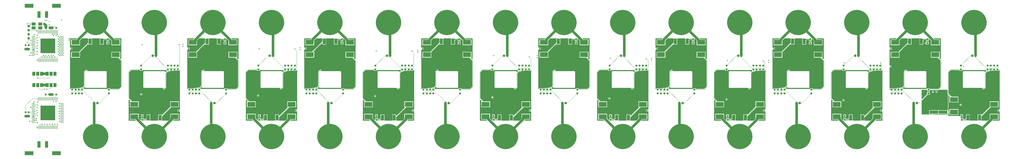
<source format=gtl>
G04*
G04 #@! TF.GenerationSoftware,Altium Limited,Altium Designer,19.0.10 (269)*
G04*
G04 Layer_Physical_Order=1*
G04 Layer_Color=255*
%FSLAX25Y25*%
%MOIN*%
G70*
G01*
G75*
%ADD12C,0.01000*%
%ADD30R,0.13504X0.06496*%
%ADD31R,0.05000X0.10000*%
%ADD32R,0.22598X0.22598*%
%ADD33R,0.05753X0.01063*%
%ADD34R,0.01063X0.05753*%
%ADD35C,0.03937*%
%ADD36R,0.02953X0.03150*%
%ADD37R,0.03150X0.02953*%
%ADD38R,0.13189X0.04921*%
%ADD39R,0.04724X0.08661*%
%ADD40R,0.25000X0.30000*%
%ADD41R,0.04600X0.06300*%
%ADD42R,0.06300X0.04600*%
%ADD43R,0.12402X0.07717*%
%ADD44C,0.00400*%
%ADD45C,0.04000*%
%ADD46C,0.39370*%
%ADD47C,0.01772*%
%ADD48C,0.07874*%
G36*
X190551Y207876D02*
X190089Y207684D01*
X187940Y209833D01*
X188132Y210295D01*
X188681D01*
Y219193D01*
X175098D01*
Y210295D01*
X185352D01*
X185369Y210212D01*
X185544Y209950D01*
X190139Y205355D01*
Y164901D01*
X186655Y161417D01*
X173327D01*
Y162598D01*
X169193D01*
Y161417D01*
X131988D01*
Y162598D01*
X131988D01*
X131802Y163047D01*
X133371Y164616D01*
X133833Y164425D01*
Y164370D01*
X133932Y163871D01*
X134215Y163448D01*
X134639Y163165D01*
X135138Y163066D01*
X166634D01*
X167133Y163165D01*
X167556Y163448D01*
X167839Y163871D01*
X167938Y164370D01*
Y187992D01*
X167839Y188491D01*
X167556Y188915D01*
X167133Y189197D01*
X166634Y189297D01*
X137977D01*
X137654Y189797D01*
X137726Y190157D01*
X137611Y190734D01*
X137285Y191222D01*
X136796Y191548D01*
X136221Y191663D01*
X135644Y191548D01*
X135156Y191222D01*
X134830Y190734D01*
X134818Y190675D01*
X134640Y190640D01*
X134378Y190465D01*
X134378Y190465D01*
X133088Y189175D01*
X132914Y188913D01*
X132852Y188605D01*
X132852Y188605D01*
Y166377D01*
X130273Y163798D01*
X127953D01*
X127644Y163737D01*
X127383Y163562D01*
X127383Y163562D01*
X126829Y163008D01*
X125303D01*
Y160433D01*
X124303D01*
Y163008D01*
X122327D01*
Y161417D01*
X121752D01*
Y162598D01*
X117618D01*
Y161417D01*
X116634D01*
Y162598D01*
X112500D01*
Y161417D01*
X111221D01*
Y222963D01*
X111721Y223114D01*
X111829Y222951D01*
X112453Y222535D01*
X112689Y222488D01*
Y224311D01*
Y226134D01*
X112453Y226087D01*
X111829Y225671D01*
X111721Y225508D01*
X111221Y225659D01*
Y237356D01*
X111249Y237502D01*
X111221Y237647D01*
Y240012D01*
X111249Y240158D01*
X121434D01*
X121681Y239657D01*
X121623Y239582D01*
X121362Y238952D01*
X121306Y238524D01*
X112894D01*
Y229626D01*
X126476D01*
Y235763D01*
X126499Y235933D01*
Y237193D01*
X129463Y240158D01*
X139173D01*
Y233467D01*
X139090Y233450D01*
X138828Y233275D01*
X138828Y233275D01*
X125045Y219492D01*
X124870Y219230D01*
X124863Y219193D01*
X112894D01*
Y210295D01*
X126476D01*
Y218643D01*
X138712Y230879D01*
X139173Y230687D01*
Y230512D01*
X145079D01*
Y240158D01*
X157283D01*
Y230512D01*
X163189D01*
Y237258D01*
X163512Y237597D01*
X163865Y237668D01*
X167618D01*
Y236614D01*
X171752D01*
Y239495D01*
X172252Y239702D01*
X175076Y236878D01*
Y235933D01*
X175098Y235763D01*
Y229626D01*
X188681D01*
Y238524D01*
X180228D01*
X180213Y238637D01*
X179952Y239267D01*
X179652Y239657D01*
X179856Y240158D01*
X190551D01*
Y207876D01*
D02*
G37*
G36*
X268216Y189354D02*
X270193D01*
Y190945D01*
X270768D01*
Y189764D01*
X274902D01*
Y190945D01*
X275886D01*
Y189764D01*
X280020D01*
Y190945D01*
X281299D01*
Y129400D01*
X280799Y129248D01*
X280690Y129411D01*
X280066Y129828D01*
X279831Y129875D01*
Y128051D01*
Y126228D01*
X280066Y126275D01*
X280690Y126692D01*
X280799Y126855D01*
X281299Y126703D01*
Y112205D01*
X271085D01*
X270839Y112705D01*
X270897Y112780D01*
X271158Y113410D01*
X271214Y113839D01*
X279626D01*
Y122736D01*
X266043D01*
Y116599D01*
X266021Y116429D01*
Y115169D01*
X263057Y112205D01*
X253346D01*
Y118895D01*
X253430Y118912D01*
X253691Y119087D01*
X267475Y132870D01*
X267475Y132870D01*
X267650Y133132D01*
X267657Y133169D01*
X279626D01*
Y142067D01*
X266043D01*
Y133719D01*
X253808Y121484D01*
X253346Y121675D01*
Y121850D01*
X247441D01*
Y112205D01*
X235236D01*
Y121850D01*
X229331D01*
Y115104D01*
X229008Y114765D01*
X228654Y114695D01*
X224902D01*
Y115748D01*
X220768D01*
Y112867D01*
X220268Y112660D01*
X217444Y115484D01*
Y116429D01*
X217421Y116599D01*
Y122736D01*
X203839D01*
Y113839D01*
X212292D01*
X212307Y113725D01*
X212568Y113095D01*
X212867Y112705D01*
X212664Y112205D01*
X201969D01*
Y144486D01*
X202430Y144678D01*
X204579Y142529D01*
X204388Y142067D01*
X203839D01*
Y133169D01*
X217421D01*
Y142067D01*
X207167D01*
X207151Y142150D01*
X206976Y142412D01*
X206976Y142412D01*
X202381Y147007D01*
Y187461D01*
X205864Y190945D01*
X219193D01*
Y189764D01*
X223327D01*
Y190945D01*
X260531D01*
Y189764D01*
X260531D01*
X260717Y189315D01*
X259148Y187746D01*
X258686Y187937D01*
Y187992D01*
X258587Y188491D01*
X258304Y188915D01*
X257881Y189197D01*
X257382Y189297D01*
X225886D01*
X225387Y189197D01*
X224963Y188915D01*
X224680Y188491D01*
X224581Y187992D01*
Y164370D01*
X224680Y163871D01*
X224963Y163448D01*
X225387Y163165D01*
X225886Y163066D01*
X254543D01*
X254866Y162566D01*
X254794Y162205D01*
X254908Y161629D01*
X255235Y161140D01*
X255723Y160814D01*
X256299Y160699D01*
X256875Y160814D01*
X257364Y161140D01*
X257690Y161629D01*
X257701Y161687D01*
X257880Y161723D01*
X258141Y161897D01*
X259431Y163187D01*
X259431Y163187D01*
X259606Y163449D01*
X259667Y163757D01*
Y185985D01*
X262246Y188564D01*
X264567D01*
X264567Y188564D01*
X264875Y188625D01*
X265137Y188800D01*
X265691Y189354D01*
X267216D01*
Y191929D01*
X268216D01*
Y189354D01*
D02*
G37*
G36*
X371654Y207876D02*
X371192Y207684D01*
X369043Y209833D01*
X369234Y210295D01*
X369783D01*
Y219193D01*
X356201D01*
Y210295D01*
X366455D01*
X366471Y210212D01*
X366646Y209950D01*
X371241Y205355D01*
Y164901D01*
X367758Y161417D01*
X354429D01*
Y162598D01*
X350295D01*
Y161417D01*
X313090D01*
Y162598D01*
X313091D01*
X312905Y163047D01*
X314670Y164813D01*
X315132Y164622D01*
Y164370D01*
X315232Y163871D01*
X315514Y163448D01*
X315938Y163165D01*
X316437Y163066D01*
X347933D01*
X348432Y163165D01*
X348855Y163448D01*
X349138Y163871D01*
X349238Y164370D01*
Y187992D01*
X349138Y188491D01*
X348855Y188915D01*
X348432Y189197D01*
X347933Y189297D01*
X319079D01*
X318756Y189797D01*
X318828Y190157D01*
X318713Y190734D01*
X318387Y191222D01*
X317899Y191548D01*
X317323Y191663D01*
X316747Y191548D01*
X316258Y191222D01*
X315932Y190734D01*
X315841Y190278D01*
X315824D01*
X315516Y190216D01*
X315254Y190042D01*
X315254Y190042D01*
X314387Y189175D01*
X314213Y188913D01*
X314151Y188605D01*
X314151Y188605D01*
Y166574D01*
X311376Y163798D01*
X309055D01*
X308747Y163737D01*
X308485Y163562D01*
X308485Y163562D01*
X307931Y163008D01*
X306405D01*
Y160433D01*
X305405D01*
Y163008D01*
X303429D01*
Y161417D01*
X302854D01*
Y162598D01*
X298721D01*
Y161417D01*
X297736D01*
Y162598D01*
X293602D01*
Y161417D01*
X292323D01*
Y222963D01*
X292823Y223114D01*
X292932Y222951D01*
X293555Y222535D01*
X293791Y222488D01*
Y224311D01*
Y226134D01*
X293555Y226087D01*
X292932Y225671D01*
X292823Y225508D01*
X292323Y225659D01*
Y240158D01*
X302537D01*
X302783Y239657D01*
X302725Y239582D01*
X302464Y238952D01*
X302408Y238524D01*
X293996D01*
Y229626D01*
X307579D01*
Y235763D01*
X307601Y235933D01*
Y237193D01*
X310565Y240158D01*
X320276D01*
Y233467D01*
X320192Y233450D01*
X319931Y233275D01*
X319931Y233275D01*
X306147Y219492D01*
X305973Y219230D01*
X305965Y219193D01*
X293996D01*
Y210295D01*
X307579D01*
Y218643D01*
X319814Y230879D01*
X320276Y230687D01*
Y230512D01*
X326181D01*
Y240158D01*
X338386D01*
Y230512D01*
X344291D01*
Y237258D01*
X344615Y237597D01*
X344968Y237668D01*
X348721D01*
Y236614D01*
X352854D01*
Y239495D01*
X353354Y239702D01*
X356178Y236878D01*
Y235933D01*
X356201Y235763D01*
Y229626D01*
X369783D01*
Y238524D01*
X361330D01*
X361315Y238637D01*
X361054Y239267D01*
X360755Y239657D01*
X360958Y240158D01*
X371654D01*
Y207876D01*
D02*
G37*
G36*
X449319Y189354D02*
X451295D01*
Y190945D01*
X451870D01*
Y189764D01*
X456004D01*
Y190945D01*
X456988D01*
Y189764D01*
X461122D01*
Y190945D01*
X462402D01*
Y129400D01*
X461902Y129248D01*
X461793Y129411D01*
X461169Y129828D01*
X460933Y129875D01*
Y128051D01*
Y126228D01*
X461169Y126275D01*
X461793Y126692D01*
X461902Y126855D01*
X462402Y126703D01*
Y112205D01*
X452188D01*
X451941Y112705D01*
X451999Y112780D01*
X452260Y113410D01*
X452317Y113839D01*
X460728D01*
Y122736D01*
X447146D01*
Y116599D01*
X447123Y116429D01*
Y115169D01*
X444159Y112205D01*
X434449D01*
Y117143D01*
X434532Y117160D01*
X434794Y117335D01*
X450283Y132824D01*
X450283Y132824D01*
X450458Y133086D01*
X450474Y133169D01*
X460728D01*
Y142067D01*
X447146D01*
Y133169D01*
X447695D01*
X447886Y132707D01*
X434910Y119732D01*
X434449Y119923D01*
Y121850D01*
X428544D01*
Y112205D01*
X416339D01*
Y121850D01*
X410433D01*
Y115104D01*
X410110Y114765D01*
X409757Y114695D01*
X406004D01*
Y115748D01*
X401870D01*
Y112867D01*
X401370Y112660D01*
X398546Y115484D01*
Y116429D01*
X398524Y116599D01*
Y122736D01*
X384941D01*
Y113839D01*
X393394D01*
X393409Y113725D01*
X393670Y113095D01*
X393970Y112705D01*
X393766Y112205D01*
X383071D01*
Y144486D01*
X383533Y144678D01*
X385682Y142529D01*
X385490Y142067D01*
X384941D01*
Y133169D01*
X398524D01*
Y142067D01*
X388270D01*
X388253Y142150D01*
X388078Y142412D01*
X388078Y142412D01*
X383483Y147007D01*
Y187461D01*
X386967Y190945D01*
X400295D01*
Y189764D01*
X404429D01*
Y190945D01*
X441634D01*
Y189764D01*
X441634D01*
X441820Y189315D01*
X440251Y187746D01*
X439789Y187937D01*
Y187992D01*
X439689Y188491D01*
X439407Y188915D01*
X438983Y189197D01*
X438484Y189297D01*
X406988D01*
X406489Y189197D01*
X406066Y188915D01*
X405783Y188491D01*
X405684Y187992D01*
Y164370D01*
X405783Y163871D01*
X406066Y163448D01*
X406489Y163165D01*
X406988Y163066D01*
X435645D01*
X435968Y162566D01*
X435896Y162205D01*
X436011Y161629D01*
X436337Y161140D01*
X436826Y160814D01*
X437402Y160699D01*
X437978Y160814D01*
X438466Y161140D01*
X438792Y161629D01*
X438804Y161687D01*
X438982Y161723D01*
X439244Y161897D01*
X440534Y163187D01*
X440534Y163187D01*
X440708Y163449D01*
X440770Y163757D01*
Y185985D01*
X443349Y188564D01*
X445669D01*
X445669Y188564D01*
X445978Y188625D01*
X446239Y188800D01*
X446794Y189354D01*
X448319D01*
Y191929D01*
X449319D01*
Y189354D01*
D02*
G37*
G36*
X552756Y207876D02*
X552294Y207684D01*
X550145Y209833D01*
X550337Y210295D01*
X550886D01*
Y219193D01*
X537303D01*
Y210295D01*
X547557D01*
X547574Y210212D01*
X547749Y209950D01*
X552344Y205355D01*
Y164901D01*
X548860Y161417D01*
X535532D01*
Y162598D01*
X531398D01*
Y161417D01*
X494193D01*
Y162598D01*
X494193D01*
X494007Y163047D01*
X495773Y164813D01*
X496235Y164622D01*
Y164370D01*
X496334Y163871D01*
X496617Y163448D01*
X497040Y163165D01*
X497539Y163066D01*
X529035D01*
X529535Y163165D01*
X529958Y163448D01*
X530241Y163871D01*
X530340Y164370D01*
Y187992D01*
X530241Y188491D01*
X529958Y188915D01*
X529535Y189197D01*
X529035Y189297D01*
X500181D01*
X499859Y189797D01*
X499930Y190157D01*
X499816Y190734D01*
X499490Y191222D01*
X499001Y191548D01*
X498425Y191663D01*
X497849Y191548D01*
X497361Y191222D01*
X497035Y190734D01*
X496944Y190278D01*
X496926D01*
X496618Y190216D01*
X496357Y190042D01*
X496356Y190042D01*
X495490Y189175D01*
X495315Y188913D01*
X495254Y188605D01*
X495254Y188605D01*
Y166574D01*
X492478Y163798D01*
X490158D01*
X489849Y163737D01*
X489587Y163562D01*
X489587Y163562D01*
X489033Y163008D01*
X487508D01*
Y160433D01*
X486508D01*
Y163008D01*
X484531D01*
Y161417D01*
X483957D01*
Y162598D01*
X479823D01*
Y161417D01*
X478839D01*
Y162598D01*
X474705D01*
Y161417D01*
X473425D01*
Y222963D01*
X473925Y223114D01*
X474034Y222951D01*
X474658Y222535D01*
X474894Y222488D01*
Y224311D01*
Y226134D01*
X474658Y226087D01*
X474034Y225671D01*
X473925Y225508D01*
X473425Y225659D01*
Y240158D01*
X483639D01*
X483886Y239657D01*
X483828Y239582D01*
X483567Y238952D01*
X483510Y238524D01*
X475098D01*
Y229626D01*
X488681D01*
Y235763D01*
X488703Y235933D01*
Y237193D01*
X491668Y240158D01*
X501378D01*
Y235219D01*
X501295Y235202D01*
X501033Y235027D01*
X501033Y235027D01*
X485544Y219538D01*
X485369Y219276D01*
X485352Y219193D01*
X475098D01*
Y210295D01*
X488681D01*
Y219193D01*
X488132D01*
X487940Y219655D01*
X500916Y232631D01*
X501378Y232439D01*
Y230512D01*
X507283D01*
Y240158D01*
X519488D01*
Y230512D01*
X525393D01*
Y237258D01*
X525717Y237597D01*
X526070Y237668D01*
X529823D01*
Y236614D01*
X533957D01*
Y239495D01*
X534457Y239702D01*
X537281Y236878D01*
Y235933D01*
X537303Y235763D01*
Y229626D01*
X550886D01*
Y238524D01*
X542432D01*
X542418Y238637D01*
X542157Y239267D01*
X541857Y239657D01*
X542060Y240158D01*
X552756D01*
Y207876D01*
D02*
G37*
G36*
X630421Y189354D02*
X632398D01*
Y190945D01*
X632972D01*
Y189764D01*
X637106D01*
Y190945D01*
X638091D01*
Y189764D01*
X642224D01*
Y190945D01*
X643504D01*
Y129400D01*
X643004Y129248D01*
X642895Y129411D01*
X642271Y129828D01*
X642035Y129875D01*
Y128051D01*
Y126228D01*
X642271Y126275D01*
X642895Y126692D01*
X643004Y126855D01*
X643504Y126703D01*
Y112205D01*
X633290D01*
X633043Y112705D01*
X633101Y112780D01*
X633362Y113410D01*
X633419Y113839D01*
X641831D01*
Y122736D01*
X628248D01*
Y116599D01*
X628226Y116429D01*
Y115169D01*
X625261Y112205D01*
X615551D01*
Y117143D01*
X615635Y117160D01*
X615896Y117335D01*
X631385Y132824D01*
X631385Y132824D01*
X631560Y133086D01*
X631577Y133169D01*
X641831D01*
Y142067D01*
X628248D01*
Y133169D01*
X628797D01*
X628989Y132707D01*
X616013Y119732D01*
X615551Y119923D01*
Y121850D01*
X609646D01*
Y112205D01*
X597441D01*
Y121850D01*
X591536D01*
Y115104D01*
X591212Y114765D01*
X590859Y114695D01*
X587106D01*
Y115748D01*
X582972D01*
Y112867D01*
X582472Y112660D01*
X579648Y115484D01*
Y116429D01*
X579626Y116599D01*
Y122736D01*
X566043D01*
Y113839D01*
X574497D01*
X574512Y113725D01*
X574773Y113095D01*
X575072Y112705D01*
X574869Y112205D01*
X564173D01*
Y144486D01*
X564635Y144678D01*
X566784Y142529D01*
X566593Y142067D01*
X566043D01*
Y133169D01*
X579626D01*
Y142067D01*
X569372D01*
X569355Y142150D01*
X569181Y142412D01*
X569181Y142412D01*
X564586Y147007D01*
Y187461D01*
X568069Y190945D01*
X581398D01*
Y189764D01*
X585532D01*
Y190945D01*
X622736D01*
Y189764D01*
X622736D01*
X622922Y189315D01*
X621353Y187746D01*
X620891Y187937D01*
Y187992D01*
X620792Y188491D01*
X620509Y188915D01*
X620086Y189197D01*
X619587Y189297D01*
X588091D01*
X587591Y189197D01*
X587168Y188915D01*
X586885Y188491D01*
X586786Y187992D01*
Y164370D01*
X586885Y163871D01*
X587168Y163448D01*
X587591Y163165D01*
X588091Y163066D01*
X616475D01*
X616618Y162891D01*
X616680Y162582D01*
X616854Y162321D01*
X617006Y162169D01*
X617113Y161629D01*
X617440Y161140D01*
X617928Y160814D01*
X618504Y160699D01*
X619080Y160814D01*
X619568Y161140D01*
X619895Y161629D01*
X619913Y161720D01*
X620199Y162084D01*
X620508Y162146D01*
X620769Y162321D01*
X621636Y163187D01*
X621636Y163187D01*
X621811Y163449D01*
X621872Y163757D01*
Y185985D01*
X624451Y188564D01*
X626772D01*
X626772Y188564D01*
X627080Y188625D01*
X627342Y188800D01*
X627896Y189354D01*
X629421D01*
Y191929D01*
X630421D01*
Y189354D01*
D02*
G37*
G36*
X733858Y207876D02*
X733396Y207684D01*
X731248Y209833D01*
X731439Y210295D01*
X731988D01*
Y219193D01*
X718405D01*
Y210295D01*
X728659D01*
X728676Y210212D01*
X728851Y209950D01*
X733446Y205355D01*
Y164901D01*
X729962Y161417D01*
X716634D01*
Y162598D01*
X712500D01*
Y161417D01*
X675295D01*
Y162598D01*
X675295D01*
X675109Y163047D01*
X676875Y164813D01*
X677337Y164622D01*
Y164370D01*
X677436Y163871D01*
X677719Y163448D01*
X678142Y163165D01*
X678642Y163066D01*
X710138D01*
X710637Y163165D01*
X711060Y163448D01*
X711343Y163871D01*
X711442Y164370D01*
Y187992D01*
X711343Y188491D01*
X711060Y188915D01*
X710637Y189197D01*
X710138Y189297D01*
X681284D01*
X680961Y189797D01*
X681033Y190157D01*
X680918Y190734D01*
X680592Y191222D01*
X680104Y191548D01*
X679528Y191663D01*
X678952Y191548D01*
X678463Y191222D01*
X678137Y190734D01*
X678046Y190278D01*
X678029D01*
X677720Y190216D01*
X677459Y190042D01*
X677459Y190042D01*
X676592Y189175D01*
X676417Y188913D01*
X676356Y188605D01*
X676356Y188605D01*
Y166574D01*
X673580Y163798D01*
X671260D01*
X670951Y163737D01*
X670690Y163562D01*
X670690Y163562D01*
X670136Y163008D01*
X668610D01*
Y160433D01*
X667610D01*
Y163008D01*
X665634D01*
Y161417D01*
X665059D01*
Y162598D01*
X660925D01*
Y161417D01*
X659941D01*
Y162598D01*
X655807D01*
Y161417D01*
X654528D01*
Y222963D01*
X655028Y223114D01*
X655136Y222951D01*
X655760Y222535D01*
X655996Y222488D01*
Y224311D01*
Y226134D01*
X655760Y226087D01*
X655136Y225671D01*
X655028Y225508D01*
X654528Y225659D01*
Y240158D01*
X664741D01*
X664988Y239657D01*
X664930Y239582D01*
X664669Y238952D01*
X664613Y238524D01*
X656201D01*
Y229626D01*
X669783D01*
Y235763D01*
X669806Y235933D01*
Y237193D01*
X672770Y240158D01*
X682480D01*
Y233467D01*
X682397Y233450D01*
X682135Y233275D01*
X682135Y233275D01*
X668352Y219492D01*
X668177Y219230D01*
X668170Y219193D01*
X656201D01*
Y210295D01*
X669783D01*
Y218643D01*
X682019Y230879D01*
X682480Y230687D01*
Y230512D01*
X688386D01*
Y240158D01*
X700591D01*
Y230512D01*
X706496D01*
Y237258D01*
X706819Y237597D01*
X707172Y237668D01*
X710925D01*
Y236614D01*
X715059D01*
Y239495D01*
X715559Y239702D01*
X718383Y236878D01*
Y235933D01*
X718405Y235763D01*
Y229626D01*
X731988D01*
Y238524D01*
X723535D01*
X723520Y238637D01*
X723259Y239267D01*
X722959Y239657D01*
X723163Y240158D01*
X733858D01*
Y207876D01*
D02*
G37*
G36*
X811524Y189354D02*
X813500D01*
Y190945D01*
X814075D01*
Y189764D01*
X818209D01*
Y190945D01*
X819193D01*
Y189764D01*
X823327D01*
Y190945D01*
X824606D01*
Y129400D01*
X824106Y129248D01*
X823997Y129411D01*
X823374Y129828D01*
X823138Y129875D01*
Y128051D01*
Y126228D01*
X823374Y126275D01*
X823997Y126692D01*
X824106Y126855D01*
X824606Y126703D01*
Y112205D01*
X814392D01*
X814146Y112705D01*
X814204Y112780D01*
X814465Y113410D01*
X814521Y113839D01*
X822933D01*
Y122736D01*
X809350D01*
Y116599D01*
X809328Y116429D01*
Y115169D01*
X806364Y112205D01*
X796653D01*
Y117143D01*
X796737Y117160D01*
X796998Y117335D01*
X812488Y132824D01*
X812488Y132824D01*
X812663Y133086D01*
X812679Y133169D01*
X822933D01*
Y142067D01*
X809350D01*
Y133169D01*
X809900D01*
X810091Y132707D01*
X797115Y119732D01*
X796653Y119923D01*
Y121850D01*
X790748D01*
Y112205D01*
X778543D01*
Y121850D01*
X772638D01*
Y115104D01*
X772315Y114765D01*
X771961Y114695D01*
X768209D01*
Y115748D01*
X764075D01*
Y112867D01*
X763575Y112660D01*
X760751Y115484D01*
Y116429D01*
X760728Y116599D01*
Y122736D01*
X747146D01*
Y113839D01*
X755599D01*
X755614Y113725D01*
X755875Y113095D01*
X756175Y112705D01*
X755971Y112205D01*
X745276D01*
Y144486D01*
X745738Y144678D01*
X747886Y142529D01*
X747695Y142067D01*
X747146D01*
Y133169D01*
X760728D01*
Y142067D01*
X750474D01*
X750458Y142150D01*
X750283Y142412D01*
X750283Y142412D01*
X745688Y147007D01*
Y187461D01*
X749171Y190945D01*
X762500D01*
Y189764D01*
X766634D01*
Y190945D01*
X803839D01*
Y189764D01*
X803839D01*
X804025Y189315D01*
X802456Y187746D01*
X801993Y187937D01*
Y187992D01*
X801894Y188491D01*
X801611Y188915D01*
X801188Y189197D01*
X800689Y189297D01*
X769193D01*
X768694Y189197D01*
X768270Y188915D01*
X767988Y188491D01*
X767888Y187992D01*
Y164370D01*
X767988Y163871D01*
X768270Y163448D01*
X768694Y163165D01*
X769193Y163066D01*
X797577D01*
X797721Y162891D01*
X797782Y162582D01*
X797957Y162321D01*
X798108Y162169D01*
X798216Y161629D01*
X798542Y161140D01*
X799030Y160814D01*
X799606Y160699D01*
X800182Y160814D01*
X800671Y161140D01*
X800997Y161629D01*
X801015Y161720D01*
X801302Y162084D01*
X801610Y162146D01*
X801872Y162321D01*
X802738Y163187D01*
X802738Y163187D01*
X802913Y163449D01*
X802975Y163757D01*
Y185985D01*
X805554Y188564D01*
X807874D01*
X807874Y188564D01*
X808183Y188625D01*
X808444Y188800D01*
X808998Y189354D01*
X810524D01*
Y191929D01*
X811524D01*
Y189354D01*
D02*
G37*
G36*
X914961Y207876D02*
X914499Y207684D01*
X912350Y209833D01*
X912541Y210295D01*
X913091D01*
Y219193D01*
X899508D01*
Y210295D01*
X909762D01*
X909778Y210212D01*
X909953Y209950D01*
X914548Y205355D01*
Y164901D01*
X911065Y161417D01*
X897736D01*
Y162598D01*
X893602D01*
Y161417D01*
X856398D01*
Y162598D01*
X856398D01*
X856212Y163047D01*
X857978Y164813D01*
X858440Y164622D01*
Y164370D01*
X858539Y163871D01*
X858822Y163448D01*
X859245Y163165D01*
X859744Y163066D01*
X891240D01*
X891739Y163165D01*
X892163Y163448D01*
X892445Y163871D01*
X892545Y164370D01*
Y187992D01*
X892445Y188491D01*
X892163Y188915D01*
X891739Y189197D01*
X891240Y189297D01*
X862386D01*
X862064Y189797D01*
X862135Y190157D01*
X862021Y190734D01*
X861694Y191222D01*
X861206Y191548D01*
X860630Y191663D01*
X860054Y191548D01*
X859566Y191222D01*
X859239Y190734D01*
X859149Y190278D01*
X859131D01*
X858823Y190216D01*
X858561Y190042D01*
X858561Y190042D01*
X857695Y189175D01*
X857520Y188913D01*
X857458Y188605D01*
X857458Y188605D01*
Y166574D01*
X854683Y163798D01*
X852362D01*
X852054Y163737D01*
X851792Y163562D01*
X851792Y163562D01*
X851238Y163008D01*
X849713D01*
Y160433D01*
X848713D01*
Y163008D01*
X846736D01*
Y161417D01*
X846161D01*
Y162598D01*
X842028D01*
Y161417D01*
X841043D01*
Y162598D01*
X836909D01*
Y161417D01*
X835630D01*
Y222963D01*
X836130Y223114D01*
X836239Y222951D01*
X836863Y222535D01*
X837098Y222488D01*
Y224311D01*
Y226134D01*
X836863Y226087D01*
X836239Y225671D01*
X836130Y225508D01*
X835630Y225659D01*
Y240158D01*
X845844D01*
X846090Y239657D01*
X846032Y239582D01*
X845771Y238952D01*
X845715Y238524D01*
X837303D01*
Y229626D01*
X850886D01*
Y235763D01*
X850908Y235933D01*
Y237193D01*
X853872Y240158D01*
X863583D01*
Y233467D01*
X863499Y233450D01*
X863238Y233275D01*
X863238Y233275D01*
X849454Y219492D01*
X849280Y219230D01*
X849272Y219193D01*
X837303D01*
Y210295D01*
X850886D01*
Y218643D01*
X863121Y230879D01*
X863583Y230687D01*
Y230512D01*
X869488D01*
Y240158D01*
X881693D01*
Y230512D01*
X887598D01*
Y237258D01*
X887922Y237597D01*
X888275Y237668D01*
X892028D01*
Y236614D01*
X896161D01*
Y239495D01*
X896661Y239702D01*
X899485Y236878D01*
Y235933D01*
X899508Y235763D01*
Y229626D01*
X913091D01*
Y238524D01*
X904637D01*
X904622Y238637D01*
X904361Y239267D01*
X904062Y239657D01*
X904265Y240158D01*
X914961D01*
Y207876D01*
D02*
G37*
G36*
X992626Y189354D02*
X994602D01*
Y190945D01*
X995177D01*
Y189764D01*
X999311D01*
Y190945D01*
X1000295D01*
Y189764D01*
X1004429D01*
Y190945D01*
X1005709D01*
Y129400D01*
X1005209Y129248D01*
X1005100Y129411D01*
X1004476Y129828D01*
X1004240Y129875D01*
Y128051D01*
Y126228D01*
X1004476Y126275D01*
X1005100Y126692D01*
X1005209Y126855D01*
X1005709Y126703D01*
Y112205D01*
X995495D01*
X995248Y112705D01*
X995306Y112780D01*
X995567Y113410D01*
X995624Y113839D01*
X1004035D01*
Y122736D01*
X990453D01*
Y116599D01*
X990430Y116429D01*
Y115169D01*
X987466Y112205D01*
X977756D01*
Y117143D01*
X977839Y117160D01*
X978101Y117335D01*
X993590Y132824D01*
X993590Y132824D01*
X993765Y133086D01*
X993781Y133169D01*
X1004035D01*
Y142067D01*
X990453D01*
Y133169D01*
X991002D01*
X991193Y132707D01*
X978218Y119732D01*
X977756Y119923D01*
Y121850D01*
X971851D01*
Y112205D01*
X959646D01*
Y121850D01*
X953741D01*
Y115104D01*
X953417Y114765D01*
X953064Y114695D01*
X949311D01*
Y115748D01*
X945177D01*
Y112867D01*
X944677Y112660D01*
X941853Y115484D01*
Y116429D01*
X941831Y116599D01*
Y122736D01*
X928248D01*
Y113839D01*
X936701D01*
X936716Y113725D01*
X936977Y113095D01*
X937277Y112705D01*
X937074Y112205D01*
X926378D01*
Y144486D01*
X926840Y144678D01*
X928989Y142529D01*
X928797Y142067D01*
X928248D01*
Y133169D01*
X941831D01*
Y142067D01*
X931577D01*
X931560Y142150D01*
X931385Y142412D01*
X931385Y142412D01*
X926790Y147007D01*
Y187461D01*
X930274Y190945D01*
X943602D01*
Y189764D01*
X947736D01*
Y190945D01*
X984941D01*
Y189764D01*
X984941D01*
X985127Y189315D01*
X983558Y187746D01*
X983096Y187937D01*
Y187992D01*
X982997Y188491D01*
X982714Y188915D01*
X982291Y189197D01*
X981791Y189297D01*
X950295D01*
X949796Y189197D01*
X949373Y188915D01*
X949090Y188491D01*
X948991Y187992D01*
Y164370D01*
X949090Y163871D01*
X949373Y163448D01*
X949796Y163165D01*
X950295Y163066D01*
X978953D01*
X979275Y162566D01*
X979203Y162205D01*
X979318Y161629D01*
X979644Y161140D01*
X980133Y160814D01*
X980709Y160699D01*
X981285Y160814D01*
X981773Y161140D01*
X982099Y161629D01*
X982111Y161687D01*
X982289Y161723D01*
X982551Y161897D01*
X983841Y163187D01*
X983841Y163187D01*
X984015Y163449D01*
X984077Y163757D01*
Y185985D01*
X986656Y188564D01*
X988976D01*
X988976Y188564D01*
X989285Y188625D01*
X989546Y188800D01*
X990100Y189354D01*
X991626D01*
Y191929D01*
X992626D01*
Y189354D01*
D02*
G37*
G36*
X1096063Y207876D02*
X1095601Y207684D01*
X1093452Y209833D01*
X1093644Y210295D01*
X1094193D01*
Y219193D01*
X1080610D01*
Y210295D01*
X1090864D01*
X1090881Y210212D01*
X1091056Y209950D01*
X1095651Y205355D01*
Y164901D01*
X1092167Y161417D01*
X1078839D01*
Y162598D01*
X1074705D01*
Y161417D01*
X1037500D01*
Y162598D01*
X1037500D01*
X1037314Y163047D01*
X1039080Y164813D01*
X1039542Y164622D01*
Y164370D01*
X1039641Y163871D01*
X1039924Y163448D01*
X1040347Y163165D01*
X1040847Y163066D01*
X1072342D01*
X1072842Y163165D01*
X1073265Y163448D01*
X1073548Y163871D01*
X1073647Y164370D01*
Y187992D01*
X1073548Y188491D01*
X1073265Y188915D01*
X1072842Y189197D01*
X1072342Y189297D01*
X1043761D01*
X1043618Y189472D01*
X1043556Y189780D01*
X1043382Y190042D01*
X1043231Y190193D01*
X1043123Y190734D01*
X1042797Y191222D01*
X1042308Y191548D01*
X1041732Y191663D01*
X1041156Y191548D01*
X1040668Y191222D01*
X1040342Y190734D01*
X1040251Y190278D01*
X1040234D01*
X1039925Y190216D01*
X1039664Y190042D01*
X1039664Y190042D01*
X1038797Y189175D01*
X1038622Y188913D01*
X1038561Y188605D01*
X1038561Y188605D01*
Y166574D01*
X1035785Y163798D01*
X1033465D01*
X1033156Y163737D01*
X1032895Y163562D01*
X1032895Y163562D01*
X1032340Y163008D01*
X1030815D01*
Y160433D01*
X1029815D01*
Y163008D01*
X1027839D01*
Y161417D01*
X1027264D01*
Y162598D01*
X1023130D01*
Y161417D01*
X1022146D01*
Y162598D01*
X1018012D01*
Y161417D01*
X1016732D01*
Y222963D01*
X1017232Y223114D01*
X1017341Y222951D01*
X1017965Y222535D01*
X1018201Y222488D01*
Y224311D01*
Y226134D01*
X1017965Y226087D01*
X1017341Y225671D01*
X1017232Y225508D01*
X1016732Y225659D01*
Y240158D01*
X1026946D01*
X1027193Y239657D01*
X1027135Y239582D01*
X1026874Y238952D01*
X1026817Y238524D01*
X1018406D01*
Y229626D01*
X1031988D01*
Y235763D01*
X1032010Y235933D01*
Y237193D01*
X1034975Y240158D01*
X1044685D01*
Y233467D01*
X1044602Y233450D01*
X1044340Y233275D01*
X1044340Y233275D01*
X1030557Y219492D01*
X1030382Y219230D01*
X1030375Y219193D01*
X1018406D01*
Y210295D01*
X1031988D01*
Y218643D01*
X1044223Y230879D01*
X1044685Y230687D01*
Y230512D01*
X1050590D01*
Y240158D01*
X1062795D01*
Y230512D01*
X1068700D01*
Y237258D01*
X1069024Y237597D01*
X1069377Y237668D01*
X1073130D01*
Y236614D01*
X1077264D01*
Y239495D01*
X1077764Y239702D01*
X1080588Y236878D01*
Y235933D01*
X1080610Y235763D01*
Y229626D01*
X1094193D01*
Y238524D01*
X1085740D01*
X1085725Y238637D01*
X1085464Y239267D01*
X1085164Y239657D01*
X1085367Y240158D01*
X1096063D01*
Y207876D01*
D02*
G37*
G36*
X1173728Y189354D02*
X1175705D01*
Y190945D01*
X1176280D01*
Y189764D01*
X1180413D01*
Y190945D01*
X1181398D01*
Y189764D01*
X1185532D01*
Y190945D01*
X1186811D01*
Y129400D01*
X1186311Y129248D01*
X1186202Y129411D01*
X1185578Y129828D01*
X1185343Y129875D01*
Y128051D01*
Y126228D01*
X1185578Y126275D01*
X1186202Y126692D01*
X1186311Y126855D01*
X1186811Y126703D01*
Y112205D01*
X1176597D01*
X1176351Y112705D01*
X1176408Y112780D01*
X1176670Y113410D01*
X1176726Y113839D01*
X1185138D01*
Y122736D01*
X1171555D01*
Y116599D01*
X1171533Y116429D01*
Y115169D01*
X1168569Y112205D01*
X1158858D01*
Y118895D01*
X1158942Y118912D01*
X1159203Y119087D01*
X1172987Y132870D01*
X1172987Y132870D01*
X1173161Y133132D01*
X1173169Y133169D01*
X1185138D01*
Y142067D01*
X1171555D01*
Y133719D01*
X1159320Y121484D01*
X1158858Y121675D01*
Y121850D01*
X1152953D01*
Y112205D01*
X1140748D01*
Y121850D01*
X1134843D01*
Y115104D01*
X1134519Y114765D01*
X1134166Y114695D01*
X1130413D01*
Y115748D01*
X1126280D01*
Y112867D01*
X1125780Y112660D01*
X1122955Y115484D01*
Y116429D01*
X1122933Y116599D01*
Y122736D01*
X1109350D01*
Y113839D01*
X1117804D01*
X1117819Y113725D01*
X1118080Y113095D01*
X1118379Y112705D01*
X1118176Y112205D01*
X1107480D01*
Y144486D01*
X1107942Y144678D01*
X1110091Y142529D01*
X1109900Y142067D01*
X1109350D01*
Y133169D01*
X1122933D01*
Y142067D01*
X1112679D01*
X1112663Y142150D01*
X1112488Y142412D01*
X1112488Y142412D01*
X1107893Y147007D01*
Y187461D01*
X1111376Y190945D01*
X1124705D01*
Y189764D01*
X1128839D01*
Y190945D01*
X1166043D01*
Y189764D01*
X1166043D01*
X1166229Y189315D01*
X1164660Y187746D01*
X1164198Y187937D01*
Y187992D01*
X1164099Y188491D01*
X1163816Y188915D01*
X1163393Y189197D01*
X1162894Y189297D01*
X1131398D01*
X1130898Y189197D01*
X1130475Y188915D01*
X1130192Y188491D01*
X1130093Y187992D01*
Y164370D01*
X1130192Y163871D01*
X1130475Y163448D01*
X1130898Y163165D01*
X1131398Y163066D01*
X1160055D01*
X1160378Y162566D01*
X1160306Y162205D01*
X1160420Y161629D01*
X1160747Y161140D01*
X1161235Y160814D01*
X1161811Y160699D01*
X1162387Y160814D01*
X1162875Y161140D01*
X1163202Y161629D01*
X1163213Y161687D01*
X1163392Y161723D01*
X1163653Y161897D01*
X1164943Y163187D01*
X1164943Y163187D01*
X1165118Y163449D01*
X1165179Y163757D01*
Y185985D01*
X1167758Y188564D01*
X1170079D01*
X1170079Y188564D01*
X1170387Y188625D01*
X1170649Y188800D01*
X1171203Y189354D01*
X1172728D01*
Y191929D01*
X1173728D01*
Y189354D01*
D02*
G37*
G36*
X1277165Y207876D02*
X1276703Y207684D01*
X1274555Y209833D01*
X1274746Y210295D01*
X1275295D01*
Y219193D01*
X1261713D01*
Y210295D01*
X1271967D01*
X1271983Y210212D01*
X1272158Y209950D01*
X1276753Y205355D01*
Y164901D01*
X1273269Y161417D01*
X1259941D01*
Y162598D01*
X1255807D01*
Y161417D01*
X1218602D01*
Y162598D01*
X1218602D01*
X1218416Y163047D01*
X1220182Y164813D01*
X1220644Y164622D01*
Y164370D01*
X1220743Y163871D01*
X1221026Y163448D01*
X1221449Y163165D01*
X1221949Y163066D01*
X1253445D01*
X1253944Y163165D01*
X1254367Y163448D01*
X1254650Y163871D01*
X1254749Y164370D01*
Y187992D01*
X1254650Y188491D01*
X1254367Y188915D01*
X1253944Y189197D01*
X1253445Y189297D01*
X1224591D01*
X1224268Y189797D01*
X1224340Y190157D01*
X1224225Y190734D01*
X1223899Y191222D01*
X1223411Y191548D01*
X1222835Y191663D01*
X1222259Y191548D01*
X1221770Y191222D01*
X1221444Y190734D01*
X1221353Y190278D01*
X1221336D01*
X1221027Y190216D01*
X1220766Y190042D01*
X1220766Y190042D01*
X1219899Y189175D01*
X1219725Y188913D01*
X1219663Y188605D01*
X1219663Y188605D01*
Y166574D01*
X1216887Y163798D01*
X1214567D01*
X1214258Y163737D01*
X1213997Y163562D01*
X1213997Y163562D01*
X1213443Y163008D01*
X1211917D01*
Y160433D01*
X1210917D01*
Y163008D01*
X1208941D01*
Y161417D01*
X1208366D01*
Y162598D01*
X1204232D01*
Y161417D01*
X1203248D01*
Y162598D01*
X1199114D01*
Y161417D01*
X1197835D01*
Y222963D01*
X1198335Y223114D01*
X1198444Y222951D01*
X1199067Y222535D01*
X1199303Y222488D01*
Y224311D01*
Y226134D01*
X1199067Y226087D01*
X1198444Y225671D01*
X1198335Y225508D01*
X1197835Y225659D01*
Y240158D01*
X1208049D01*
X1208295Y239657D01*
X1208237Y239582D01*
X1207976Y238952D01*
X1207920Y238524D01*
X1199508D01*
Y229626D01*
X1213091D01*
Y235763D01*
X1213113Y235933D01*
Y237193D01*
X1216077Y240158D01*
X1225788D01*
Y233467D01*
X1225704Y233450D01*
X1225443Y233275D01*
X1225443Y233275D01*
X1211659Y219492D01*
X1211484Y219230D01*
X1211477Y219193D01*
X1199508D01*
Y210295D01*
X1213091D01*
Y218643D01*
X1225326Y230879D01*
X1225788Y230687D01*
Y230512D01*
X1231693D01*
Y240158D01*
X1243898D01*
Y230512D01*
X1249803D01*
Y237258D01*
X1250126Y237597D01*
X1250480Y237668D01*
X1254232D01*
Y236614D01*
X1258366D01*
Y239495D01*
X1258866Y239702D01*
X1261690Y236878D01*
Y235933D01*
X1261713Y235763D01*
Y229626D01*
X1275295D01*
Y238524D01*
X1266842D01*
X1266827Y238637D01*
X1266566Y239267D01*
X1266266Y239657D01*
X1266470Y240158D01*
X1277165D01*
Y207876D01*
D02*
G37*
G36*
X1458268D02*
X1457806Y207684D01*
X1455657Y209833D01*
X1455848Y210295D01*
X1456398D01*
Y219193D01*
X1442815D01*
Y210295D01*
X1453069D01*
X1453086Y210212D01*
X1453260Y209950D01*
X1457855Y205355D01*
Y164901D01*
X1454372Y161417D01*
X1441043D01*
Y162598D01*
X1436909D01*
Y161417D01*
X1399705D01*
Y162598D01*
X1399705D01*
X1399519Y163047D01*
X1401285Y164813D01*
X1401747Y164622D01*
Y164370D01*
X1401846Y163871D01*
X1402129Y163448D01*
X1402552Y163165D01*
X1403051Y163066D01*
X1434547D01*
X1435046Y163165D01*
X1435470Y163448D01*
X1435752Y163871D01*
X1435852Y164370D01*
Y187992D01*
X1435752Y188491D01*
X1435470Y188915D01*
X1435046Y189197D01*
X1434547Y189297D01*
X1405693D01*
X1405371Y189797D01*
X1405442Y190157D01*
X1405328Y190734D01*
X1405001Y191222D01*
X1404513Y191548D01*
X1403937Y191663D01*
X1403361Y191548D01*
X1402873Y191222D01*
X1402546Y190734D01*
X1402456Y190278D01*
X1402438D01*
X1402130Y190216D01*
X1401868Y190042D01*
X1401868Y190042D01*
X1401002Y189175D01*
X1400827Y188913D01*
X1400766Y188605D01*
X1400766Y188605D01*
Y166574D01*
X1397990Y163798D01*
X1395669D01*
X1395361Y163737D01*
X1395099Y163562D01*
X1395099Y163562D01*
X1394545Y163008D01*
X1393020D01*
Y160433D01*
X1392020D01*
Y163008D01*
X1390043D01*
Y161417D01*
X1389468D01*
Y162598D01*
X1385335D01*
Y161417D01*
X1384350D01*
Y162598D01*
X1380217D01*
Y162312D01*
X1379890Y162045D01*
X1379437Y161954D01*
X1378937Y162234D01*
Y195033D01*
X1379437Y195300D01*
X1379640Y195164D01*
X1380217Y195050D01*
X1380793Y195164D01*
X1381281Y195491D01*
X1381607Y195979D01*
X1381722Y196555D01*
X1381607Y197131D01*
X1381281Y197619D01*
X1380793Y197946D01*
X1380217Y198060D01*
X1379640Y197946D01*
X1379437Y197810D01*
X1378937Y198077D01*
Y222963D01*
X1379437Y223114D01*
X1379546Y222951D01*
X1380170Y222535D01*
X1380406Y222488D01*
Y224311D01*
Y226134D01*
X1380170Y226087D01*
X1379546Y225671D01*
X1379437Y225508D01*
X1378937Y225659D01*
Y240158D01*
X1389151D01*
X1389397Y239657D01*
X1389340Y239582D01*
X1389079Y238952D01*
X1389022Y238524D01*
X1380610D01*
Y229626D01*
X1394193D01*
Y235763D01*
X1394215Y235933D01*
Y237193D01*
X1397180Y240158D01*
X1406890D01*
Y233467D01*
X1406806Y233450D01*
X1406545Y233275D01*
X1406545Y233275D01*
X1392761Y219492D01*
X1392587Y219230D01*
X1392579Y219193D01*
X1380610D01*
Y210295D01*
X1394193D01*
Y218643D01*
X1406428Y230879D01*
X1406890Y230687D01*
Y230512D01*
X1412795D01*
Y240158D01*
X1425000D01*
Y230512D01*
X1430905D01*
Y237258D01*
X1431229Y237597D01*
X1431582Y237668D01*
X1435335D01*
Y236614D01*
X1439468D01*
Y239495D01*
X1439968Y239702D01*
X1442793Y236878D01*
Y235933D01*
X1442815Y235763D01*
Y229626D01*
X1456398D01*
Y238524D01*
X1447944D01*
X1447929Y238637D01*
X1447668Y239267D01*
X1447369Y239657D01*
X1447572Y240158D01*
X1458268D01*
Y207876D01*
D02*
G37*
G36*
X1535933Y189354D02*
X1537909D01*
Y190945D01*
X1538484D01*
Y189764D01*
X1542618D01*
Y190945D01*
X1543602D01*
Y189764D01*
X1547736D01*
Y190945D01*
X1549016D01*
Y129400D01*
X1548516Y129248D01*
X1548407Y129411D01*
X1547783Y129828D01*
X1547547Y129875D01*
Y128051D01*
Y126228D01*
X1547783Y126275D01*
X1548407Y126692D01*
X1548516Y126855D01*
X1549016Y126703D01*
Y112205D01*
X1538802D01*
X1538555Y112705D01*
X1538613Y112780D01*
X1538874Y113410D01*
X1538931Y113839D01*
X1547342D01*
Y122736D01*
X1533760D01*
Y116599D01*
X1533737Y116429D01*
Y115169D01*
X1530773Y112205D01*
X1521063D01*
Y118895D01*
X1521146Y118912D01*
X1521408Y119087D01*
X1535191Y132870D01*
X1535191Y132870D01*
X1535366Y133132D01*
X1535373Y133169D01*
X1547342D01*
Y142067D01*
X1533760D01*
Y133719D01*
X1521525Y121484D01*
X1521063Y121675D01*
Y121850D01*
X1515158D01*
Y112205D01*
X1502953D01*
Y121850D01*
X1497048D01*
Y115104D01*
X1496724Y114765D01*
X1496371Y114695D01*
X1492618D01*
Y115748D01*
X1488484D01*
X1488313Y116177D01*
Y116894D01*
X1488484Y117323D01*
X1488813Y117323D01*
X1492618D01*
Y121653D01*
X1488484D01*
Y119104D01*
X1487984Y118952D01*
X1487930Y119033D01*
X1487507Y119316D01*
X1487008Y119415D01*
X1469685D01*
Y124588D01*
X1470252D01*
X1470491Y124231D01*
X1470979Y123905D01*
X1471555Y123790D01*
X1471555Y123790D01*
Y121122D01*
X1482378D01*
X1482547Y121100D01*
X1482717Y121122D01*
X1485138D01*
Y123543D01*
X1485160Y123713D01*
X1485138Y123882D01*
Y130020D01*
X1471555D01*
Y126801D01*
X1471555Y126801D01*
X1470979Y126686D01*
X1470491Y126360D01*
X1470384Y126200D01*
X1469685D01*
Y151770D01*
X1470147Y151961D01*
X1472296Y149812D01*
X1472104Y149350D01*
X1471555D01*
Y140453D01*
X1485138D01*
Y149350D01*
X1474884D01*
X1474867Y149434D01*
X1474693Y149696D01*
X1474692Y149696D01*
X1470097Y154291D01*
Y187461D01*
X1473581Y190945D01*
X1486909D01*
Y189764D01*
X1491043D01*
Y190945D01*
X1528248D01*
Y189764D01*
X1528248D01*
X1528434Y189315D01*
X1526865Y187746D01*
X1526403Y187937D01*
Y187992D01*
X1526304Y188491D01*
X1526021Y188915D01*
X1525598Y189197D01*
X1525098Y189297D01*
X1493602D01*
X1493103Y189197D01*
X1492680Y188915D01*
X1492397Y188491D01*
X1492298Y187992D01*
Y164370D01*
X1492397Y163871D01*
X1492680Y163448D01*
X1493103Y163165D01*
X1493602Y163066D01*
X1522260D01*
X1522582Y162566D01*
X1522511Y162205D01*
X1522625Y161629D01*
X1522951Y161140D01*
X1523440Y160814D01*
X1524016Y160699D01*
X1524592Y160814D01*
X1525080Y161140D01*
X1525406Y161629D01*
X1525418Y161687D01*
X1525596Y161723D01*
X1525858Y161897D01*
X1527148Y163187D01*
X1527148Y163187D01*
X1527323Y163449D01*
X1527384Y163757D01*
Y185985D01*
X1529963Y188564D01*
X1532283D01*
X1532283Y188564D01*
X1532592Y188625D01*
X1532853Y188800D01*
X1533408Y189354D01*
X1534933D01*
Y191929D01*
X1535933D01*
Y189354D01*
D02*
G37*
G36*
X1354831D02*
X1356807D01*
Y190945D01*
X1357382D01*
Y189764D01*
X1361516D01*
Y190945D01*
X1362500D01*
Y189764D01*
X1366634D01*
Y190945D01*
X1367913D01*
Y129400D01*
X1367413Y129248D01*
X1367305Y129411D01*
X1366681Y129828D01*
X1366445Y129875D01*
Y128051D01*
Y126228D01*
X1366681Y126275D01*
X1367305Y126692D01*
X1367413Y126855D01*
X1367913Y126703D01*
Y112205D01*
X1357700D01*
X1357453Y112705D01*
X1357511Y112780D01*
X1357772Y113410D01*
X1357828Y113839D01*
X1366240D01*
Y122736D01*
X1352658D01*
Y116599D01*
X1352635Y116429D01*
Y115169D01*
X1349671Y112205D01*
X1339960D01*
Y117143D01*
X1340044Y117160D01*
X1340306Y117335D01*
X1355795Y132824D01*
X1355795Y132824D01*
X1355970Y133086D01*
X1355986Y133169D01*
X1366240D01*
Y142067D01*
X1352658D01*
Y133169D01*
X1353207D01*
X1353398Y132707D01*
X1340422Y119732D01*
X1339960Y119923D01*
Y121850D01*
X1334055D01*
Y112205D01*
X1321850D01*
Y121850D01*
X1315945D01*
Y115104D01*
X1315622Y114765D01*
X1315269Y114695D01*
X1311516D01*
Y115748D01*
X1307382D01*
Y112867D01*
X1306882Y112660D01*
X1304058Y115484D01*
Y116429D01*
X1304035Y116599D01*
Y122736D01*
X1290453D01*
Y113839D01*
X1298906D01*
X1298921Y113725D01*
X1299182Y113095D01*
X1299482Y112705D01*
X1299278Y112205D01*
X1288583D01*
Y144486D01*
X1289045Y144678D01*
X1291193Y142529D01*
X1291002Y142067D01*
X1290453D01*
Y133169D01*
X1304035D01*
Y142067D01*
X1293781D01*
X1293765Y142150D01*
X1293590Y142412D01*
X1293590Y142412D01*
X1288995Y147007D01*
Y187461D01*
X1292478Y190945D01*
X1305807D01*
Y189764D01*
X1309941D01*
Y190945D01*
X1347146D01*
Y189764D01*
X1347146D01*
X1347332Y189315D01*
X1345763Y187746D01*
X1345301Y187937D01*
Y187992D01*
X1345201Y188491D01*
X1344919Y188915D01*
X1344495Y189197D01*
X1343996Y189297D01*
X1312500D01*
X1312001Y189197D01*
X1311578Y188915D01*
X1311295Y188491D01*
X1311195Y187992D01*
Y164370D01*
X1311295Y163871D01*
X1311578Y163448D01*
X1312001Y163165D01*
X1312500Y163066D01*
X1341096D01*
X1341431Y162566D01*
X1341418Y162500D01*
X1341443Y162378D01*
X1341408Y162205D01*
X1341523Y161629D01*
X1341849Y161140D01*
X1342337Y160814D01*
X1342913Y160699D01*
X1343489Y160814D01*
X1343978Y161140D01*
X1344304Y161629D01*
X1344322Y161720D01*
X1344609Y162084D01*
X1344917Y162146D01*
X1345179Y162321D01*
X1346045Y163187D01*
X1346045Y163187D01*
X1346220Y163449D01*
X1346282Y163757D01*
Y185985D01*
X1348861Y188564D01*
X1351181D01*
X1351181Y188564D01*
X1351490Y188625D01*
X1351751Y188800D01*
X1352305Y189354D01*
X1353831D01*
Y191929D01*
X1354831D01*
Y189354D01*
D02*
G37*
G36*
X1468485Y153957D02*
X1468485Y153957D01*
X1468547Y153648D01*
X1468721Y153387D01*
X1469094Y153014D01*
Y152014D01*
X1469094Y152014D01*
X1469094D01*
Y151887D01*
X1469046Y151770D01*
Y128843D01*
X1468799Y128445D01*
X1440256D01*
Y122343D01*
X1468799D01*
X1469046Y121945D01*
Y121910D01*
X1468691Y121557D01*
X1428543Y121752D01*
Y142955D01*
X1437951Y152362D01*
X1441043D01*
Y156693D01*
X1436909D01*
Y153601D01*
X1429005Y145696D01*
X1428543Y145888D01*
Y160138D01*
X1436909D01*
Y158268D01*
X1441043D01*
Y159627D01*
X1454527D01*
X1454528Y159627D01*
X1454836Y159688D01*
X1455097Y159863D01*
X1455372Y160138D01*
X1468485D01*
Y153957D01*
D02*
G37*
%LPC*%
G36*
X171752Y235039D02*
X167618D01*
Y230709D01*
X171752D01*
Y235039D01*
D02*
G37*
G36*
X113689Y226134D02*
Y224811D01*
X115012D01*
X114965Y225047D01*
X114549Y225671D01*
X113925Y226087D01*
X113689Y226134D01*
D02*
G37*
G36*
X115012Y223811D02*
X113689D01*
Y222488D01*
X113925Y222535D01*
X114549Y222951D01*
X114965Y223575D01*
X115012Y223811D01*
D02*
G37*
G36*
X221358Y154557D02*
X220782Y154442D01*
X220294Y154116D01*
X219968Y153627D01*
X219853Y153051D01*
X219968Y152475D01*
X220294Y151987D01*
X220782Y151661D01*
X221358Y151546D01*
X221934Y151661D01*
X222423Y151987D01*
X222749Y152475D01*
X222864Y153051D01*
X222749Y153627D01*
X222423Y154116D01*
X221934Y154442D01*
X221358Y154557D01*
D02*
G37*
G36*
X278831Y129875D02*
X278595Y129828D01*
X277971Y129411D01*
X277554Y128787D01*
X277507Y128551D01*
X278831D01*
Y129875D01*
D02*
G37*
G36*
Y127551D02*
X277507D01*
X277554Y127315D01*
X277971Y126692D01*
X278595Y126275D01*
X278831Y126228D01*
Y127551D01*
D02*
G37*
G36*
X224902Y121653D02*
X220768D01*
Y117323D01*
X224902D01*
Y121653D01*
D02*
G37*
G36*
X352854Y235039D02*
X348721D01*
Y230709D01*
X352854D01*
Y235039D01*
D02*
G37*
G36*
X294791Y226134D02*
Y224811D01*
X296115D01*
X296068Y225047D01*
X295651Y225671D01*
X295027Y226087D01*
X294791Y226134D01*
D02*
G37*
G36*
X296115Y223811D02*
X294791D01*
Y222488D01*
X295027Y222535D01*
X295651Y222951D01*
X296068Y223575D01*
X296115Y223811D01*
D02*
G37*
G36*
X402067Y152686D02*
X401491Y152572D01*
X401003Y152245D01*
X400676Y151757D01*
X400562Y151181D01*
X400676Y150605D01*
X401003Y150117D01*
X401491Y149790D01*
X402067Y149676D01*
X402643Y149790D01*
X403131Y150117D01*
X403458Y150605D01*
X403572Y151181D01*
X403458Y151757D01*
X403131Y152245D01*
X402643Y152572D01*
X402067Y152686D01*
D02*
G37*
G36*
X459933Y129875D02*
X459697Y129828D01*
X459073Y129411D01*
X458657Y128787D01*
X458610Y128551D01*
X459933D01*
Y129875D01*
D02*
G37*
G36*
Y127551D02*
X458610D01*
X458657Y127315D01*
X459073Y126692D01*
X459697Y126275D01*
X459933Y126228D01*
Y127551D01*
D02*
G37*
G36*
X406004Y121653D02*
X401870D01*
Y117323D01*
X406004D01*
Y121653D01*
D02*
G37*
G36*
X533957Y235039D02*
X529823D01*
Y230709D01*
X533957D01*
Y235039D01*
D02*
G37*
G36*
X475894Y226134D02*
Y224811D01*
X477217D01*
X477170Y225047D01*
X476753Y225671D01*
X476129Y226087D01*
X475894Y226134D01*
D02*
G37*
G36*
X477217Y223811D02*
X475894D01*
Y222488D01*
X476129Y222535D01*
X476753Y222951D01*
X477170Y223575D01*
X477217Y223811D01*
D02*
G37*
G36*
X583071Y151899D02*
X582495Y151784D01*
X582007Y151458D01*
X581680Y150970D01*
X581566Y150394D01*
X581680Y149818D01*
X582007Y149329D01*
X582495Y149003D01*
X583071Y148888D01*
X583647Y149003D01*
X584135Y149329D01*
X584462Y149818D01*
X584576Y150394D01*
X584462Y150970D01*
X584135Y151458D01*
X583647Y151784D01*
X583071Y151899D01*
D02*
G37*
G36*
X641035Y129875D02*
X640800Y129828D01*
X640176Y129411D01*
X639759Y128787D01*
X639712Y128551D01*
X641035D01*
Y129875D01*
D02*
G37*
G36*
Y127551D02*
X639712D01*
X639759Y127315D01*
X640176Y126692D01*
X640800Y126275D01*
X641035Y126228D01*
Y127551D01*
D02*
G37*
G36*
X587106Y121653D02*
X582972D01*
Y117323D01*
X587106D01*
Y121653D01*
D02*
G37*
G36*
X715059Y235039D02*
X710925D01*
Y230709D01*
X715059D01*
Y235039D01*
D02*
G37*
G36*
X656996Y226134D02*
Y224811D01*
X658319D01*
X658273Y225047D01*
X657856Y225671D01*
X657232Y226087D01*
X656996Y226134D01*
D02*
G37*
G36*
X658319Y223811D02*
X656996D01*
Y222488D01*
X657232Y222535D01*
X657856Y222951D01*
X658273Y223575D01*
X658319Y223811D01*
D02*
G37*
G36*
X764272Y149832D02*
X763696Y149717D01*
X763207Y149391D01*
X762881Y148903D01*
X762766Y148327D01*
X762881Y147751D01*
X763207Y147262D01*
X763696Y146936D01*
X764272Y146821D01*
X764848Y146936D01*
X765336Y147262D01*
X765662Y147751D01*
X765777Y148327D01*
X765662Y148903D01*
X765336Y149391D01*
X764848Y149717D01*
X764272Y149832D01*
D02*
G37*
G36*
X822138Y129875D02*
X821902Y129828D01*
X821278Y129411D01*
X820861Y128787D01*
X820815Y128551D01*
X822138D01*
Y129875D01*
D02*
G37*
G36*
Y127551D02*
X820815D01*
X820861Y127315D01*
X821278Y126692D01*
X821902Y126275D01*
X822138Y126228D01*
Y127551D01*
D02*
G37*
G36*
X768209Y121653D02*
X764075D01*
Y117323D01*
X768209D01*
Y121653D01*
D02*
G37*
G36*
X896161Y235039D02*
X892028D01*
Y230709D01*
X896161D01*
Y235039D01*
D02*
G37*
G36*
X838098Y226134D02*
Y224811D01*
X839422D01*
X839375Y225047D01*
X838958Y225671D01*
X838334Y226087D01*
X838098Y226134D01*
D02*
G37*
G36*
X839422Y223811D02*
X838098D01*
Y222488D01*
X838334Y222535D01*
X838958Y222951D01*
X839375Y223575D01*
X839422Y223811D01*
D02*
G37*
G36*
X945472Y148257D02*
X944896Y148143D01*
X944408Y147816D01*
X944082Y147328D01*
X943967Y146752D01*
X944082Y146176D01*
X944408Y145688D01*
X944896Y145361D01*
X945472Y145247D01*
X946049Y145361D01*
X946537Y145688D01*
X946863Y146176D01*
X946978Y146752D01*
X946863Y147328D01*
X946537Y147816D01*
X946049Y148143D01*
X945472Y148257D01*
D02*
G37*
G36*
X1003240Y129875D02*
X1003004Y129828D01*
X1002381Y129411D01*
X1001964Y128787D01*
X1001917Y128551D01*
X1003240D01*
Y129875D01*
D02*
G37*
G36*
Y127551D02*
X1001917D01*
X1001964Y127315D01*
X1002381Y126692D01*
X1003004Y126275D01*
X1003240Y126228D01*
Y127551D01*
D02*
G37*
G36*
X949311Y121653D02*
X945177D01*
Y117323D01*
X949311D01*
Y121653D01*
D02*
G37*
G36*
X1077264Y235039D02*
X1073130D01*
Y230709D01*
X1077264D01*
Y235039D01*
D02*
G37*
G36*
X1019201Y226134D02*
Y224811D01*
X1020524D01*
X1020477Y225047D01*
X1020060Y225671D01*
X1019437Y226087D01*
X1019201Y226134D01*
D02*
G37*
G36*
X1020524Y223811D02*
X1019201D01*
Y222488D01*
X1019437Y222535D01*
X1020060Y222951D01*
X1020477Y223575D01*
X1020524Y223811D01*
D02*
G37*
G36*
X1126575Y146683D02*
X1125999Y146568D01*
X1125510Y146242D01*
X1125184Y145753D01*
X1125070Y145177D01*
X1125184Y144601D01*
X1125510Y144113D01*
X1125999Y143787D01*
X1126575Y143672D01*
X1127151Y143787D01*
X1127639Y144113D01*
X1127966Y144601D01*
X1128080Y145177D01*
X1127966Y145753D01*
X1127639Y146242D01*
X1127151Y146568D01*
X1126575Y146683D01*
D02*
G37*
G36*
X1184342Y129875D02*
X1184107Y129828D01*
X1183483Y129411D01*
X1183066Y128787D01*
X1183019Y128551D01*
X1184342D01*
Y129875D01*
D02*
G37*
G36*
Y127551D02*
X1183019D01*
X1183066Y127315D01*
X1183483Y126692D01*
X1184107Y126275D01*
X1184342Y126228D01*
Y127551D01*
D02*
G37*
G36*
X1130413Y121653D02*
X1126280D01*
Y117323D01*
X1130413D01*
Y121653D01*
D02*
G37*
G36*
X1258366Y235039D02*
X1254232D01*
Y230709D01*
X1258366D01*
Y235039D01*
D02*
G37*
G36*
X1200303Y226134D02*
Y224811D01*
X1201626D01*
X1201580Y225047D01*
X1201163Y225671D01*
X1200539Y226087D01*
X1200303Y226134D01*
D02*
G37*
G36*
X1201626Y223811D02*
X1200303D01*
Y222488D01*
X1200539Y222535D01*
X1201163Y222951D01*
X1201580Y223575D01*
X1201626Y223811D01*
D02*
G37*
G36*
X1439468Y235039D02*
X1435335D01*
Y234676D01*
X1434948Y234358D01*
X1434842Y234379D01*
X1434266Y234265D01*
X1433778Y233938D01*
X1433452Y233450D01*
X1433337Y232874D01*
X1433452Y232298D01*
X1433778Y231810D01*
X1434266Y231483D01*
X1434842Y231369D01*
X1434948Y231390D01*
X1435335Y231072D01*
Y230709D01*
X1439468D01*
Y235039D01*
D02*
G37*
G36*
X1381406Y226134D02*
Y224811D01*
X1382729D01*
X1382682Y225047D01*
X1382265Y225671D01*
X1381641Y226087D01*
X1381406Y226134D01*
D02*
G37*
G36*
X1382729Y223811D02*
X1381406D01*
Y222488D01*
X1381641Y222535D01*
X1382265Y222951D01*
X1382682Y223575D01*
X1382729Y223811D01*
D02*
G37*
G36*
X1488976Y138316D02*
X1488400Y138202D01*
X1487912Y137875D01*
X1487586Y137387D01*
X1487471Y136811D01*
X1487586Y136235D01*
X1487912Y135747D01*
X1488400Y135420D01*
X1488976Y135306D01*
X1489552Y135420D01*
X1490041Y135747D01*
X1490367Y136235D01*
X1490482Y136811D01*
X1490367Y137387D01*
X1490041Y137875D01*
X1489552Y138202D01*
X1488976Y138316D01*
D02*
G37*
G36*
X1546547Y129875D02*
X1546311Y129828D01*
X1545688Y129411D01*
X1545271Y128787D01*
X1545224Y128551D01*
X1546547D01*
Y129875D01*
D02*
G37*
G36*
Y127551D02*
X1545224D01*
X1545271Y127315D01*
X1545688Y126692D01*
X1546311Y126275D01*
X1546547Y126228D01*
Y127551D01*
D02*
G37*
G36*
X1307480Y145501D02*
X1306904Y145387D01*
X1306416Y145061D01*
X1306090Y144572D01*
X1305975Y143996D01*
X1306090Y143420D01*
X1306416Y142932D01*
X1306904Y142605D01*
X1307480Y142491D01*
X1308056Y142605D01*
X1308545Y142932D01*
X1308871Y143420D01*
X1308986Y143996D01*
X1308871Y144572D01*
X1308545Y145061D01*
X1308056Y145387D01*
X1307480Y145501D01*
D02*
G37*
G36*
X1365445Y129875D02*
X1365209Y129828D01*
X1364585Y129411D01*
X1364168Y128787D01*
X1364122Y128551D01*
X1365445D01*
Y129875D01*
D02*
G37*
G36*
Y127551D02*
X1364122D01*
X1364168Y127315D01*
X1364585Y126692D01*
X1365209Y126275D01*
X1365445Y126228D01*
Y127551D01*
D02*
G37*
G36*
X1311516Y121653D02*
X1307382D01*
Y117323D01*
X1311516D01*
Y121653D01*
D02*
G37*
G36*
X1451378Y158395D02*
X1450802Y158281D01*
X1450314Y157954D01*
X1449987Y157466D01*
X1449873Y156890D01*
X1449987Y156314D01*
X1450314Y155825D01*
X1450802Y155499D01*
X1451378Y155385D01*
X1451954Y155499D01*
X1452442Y155825D01*
X1452769Y156314D01*
X1452883Y156890D01*
X1452769Y157466D01*
X1452442Y157954D01*
X1451954Y158281D01*
X1451378Y158395D01*
D02*
G37*
G36*
X1445866D02*
X1445290Y158281D01*
X1444802Y157954D01*
X1444475Y157466D01*
X1444361Y156890D01*
X1444475Y156314D01*
X1444802Y155825D01*
X1445290Y155499D01*
X1445866Y155385D01*
X1446442Y155499D01*
X1446931Y155825D01*
X1447257Y156314D01*
X1447371Y156890D01*
X1447257Y157466D01*
X1446931Y157954D01*
X1446442Y158281D01*
X1445866Y158395D01*
D02*
G37*
%LPD*%
D12*
X1500000Y115515D02*
Y116929D01*
X1498138Y113653D02*
X1500000Y115515D01*
X1496724Y113653D02*
X1498138D01*
X1496654Y113583D02*
X1496724Y113653D01*
X1490551Y113583D02*
X1496654D01*
X1318898Y115515D02*
Y116929D01*
X1317036Y113653D02*
X1318898Y115515D01*
X1315622Y113653D02*
X1317036D01*
X1315551Y113583D02*
X1315622Y113653D01*
X1309449Y113583D02*
X1315551D01*
X1137796Y115515D02*
Y116929D01*
X1135933Y113653D02*
X1137796Y115515D01*
X1134519Y113653D02*
X1135933D01*
X1134449Y113583D02*
X1134519Y113653D01*
X1128347Y113583D02*
X1134449D01*
X956693Y115515D02*
Y116929D01*
X954831Y113653D02*
X956693Y115515D01*
X953417Y113653D02*
X954831D01*
X953347Y113583D02*
X953417Y113653D01*
X947244Y113583D02*
X953347D01*
X775591Y115515D02*
Y116929D01*
X773729Y113653D02*
X775591Y115515D01*
X772315Y113653D02*
X773729D01*
X772244Y113583D02*
X772315Y113653D01*
X766142Y113583D02*
X772244D01*
X594488Y115515D02*
Y116929D01*
X592626Y113653D02*
X594488Y115515D01*
X591212Y113653D02*
X592626D01*
X591142Y113583D02*
X591212Y113653D01*
X585039Y113583D02*
X591142D01*
X413386Y115515D02*
Y116929D01*
X411524Y113653D02*
X413386Y115515D01*
X410110Y113653D02*
X411524D01*
X410040Y113583D02*
X410110Y113653D01*
X403937Y113583D02*
X410040D01*
X1431299Y238779D02*
X1437402D01*
X1431229Y238709D02*
X1431299Y238779D01*
X1429815Y238709D02*
X1431229D01*
X1427952Y236847D02*
X1429815Y238709D01*
X1427952Y235433D02*
Y236847D01*
X1250197Y238779D02*
X1256299D01*
X1250126Y238709D02*
X1250197Y238779D01*
X1248712Y238709D02*
X1250126D01*
X1246850Y236847D02*
X1248712Y238709D01*
X1246850Y235433D02*
Y236847D01*
X1069094Y238779D02*
X1075197D01*
X1069024Y238709D02*
X1069094Y238779D01*
X1067610Y238709D02*
X1069024D01*
X1065748Y236847D02*
X1067610Y238709D01*
X1065748Y235433D02*
Y236847D01*
X887992Y238779D02*
X894094D01*
X887922Y238709D02*
X887992Y238779D01*
X886507Y238709D02*
X887922D01*
X884645Y236847D02*
X886507Y238709D01*
X884645Y235433D02*
Y236847D01*
X706889Y238779D02*
X712992D01*
X706819Y238709D02*
X706889Y238779D01*
X705405Y238709D02*
X706819D01*
X703543Y236847D02*
X705405Y238709D01*
X703543Y235433D02*
Y236847D01*
X525787Y238779D02*
X531890D01*
X525717Y238709D02*
X525787Y238779D01*
X524303Y238709D02*
X525717D01*
X522441Y236847D02*
X524303Y238709D01*
X522441Y235433D02*
Y236847D01*
X344685Y238779D02*
X350787D01*
X344615Y238709D02*
X344685Y238779D01*
X343200Y238709D02*
X344615D01*
X341338Y236847D02*
X343200Y238709D01*
X341338Y235433D02*
Y236847D01*
X222835Y113583D02*
X228937D01*
X229008Y113653D01*
X230422D01*
X232284Y115515D01*
Y116929D01*
X163582Y238779D02*
X169685D01*
X163512Y238709D02*
X163582Y238779D01*
X162098Y238709D02*
X163512D01*
X160236Y236847D02*
X162098Y238709D01*
X160236Y235433D02*
Y236847D01*
D30*
X90118Y61614D02*
D03*
X47678D02*
D03*
Y290748D02*
D03*
X90118D02*
D03*
D31*
X62992Y75118D02*
D03*
X74804D02*
D03*
Y277244D02*
D03*
X62992D02*
D03*
D32*
X76772Y228346D02*
D03*
Y124016D02*
D03*
D33*
X54626Y213582D02*
D03*
Y215551D02*
D03*
Y217519D02*
D03*
Y219489D02*
D03*
Y221457D02*
D03*
Y223426D02*
D03*
Y225394D02*
D03*
Y227362D02*
D03*
Y229330D02*
D03*
Y231299D02*
D03*
Y233267D02*
D03*
Y235237D02*
D03*
Y237205D02*
D03*
Y239174D02*
D03*
Y241142D02*
D03*
Y243110D02*
D03*
X98918D02*
D03*
Y241142D02*
D03*
Y239174D02*
D03*
Y237205D02*
D03*
Y235237D02*
D03*
Y233267D02*
D03*
Y231299D02*
D03*
Y229330D02*
D03*
Y227362D02*
D03*
Y225394D02*
D03*
Y223426D02*
D03*
Y221457D02*
D03*
Y219489D02*
D03*
Y217519D02*
D03*
Y215551D02*
D03*
Y213582D02*
D03*
X54626Y109252D02*
D03*
Y111221D02*
D03*
Y113189D02*
D03*
Y115158D02*
D03*
Y117126D02*
D03*
Y119095D02*
D03*
Y121063D02*
D03*
Y123032D02*
D03*
Y125000D02*
D03*
Y126969D02*
D03*
Y128937D02*
D03*
Y130906D02*
D03*
Y132874D02*
D03*
Y134843D02*
D03*
Y136811D02*
D03*
Y138780D02*
D03*
X98918D02*
D03*
Y136811D02*
D03*
Y134843D02*
D03*
Y132874D02*
D03*
Y130906D02*
D03*
Y128937D02*
D03*
Y126969D02*
D03*
Y125000D02*
D03*
Y123032D02*
D03*
Y121063D02*
D03*
Y119095D02*
D03*
Y117126D02*
D03*
Y115158D02*
D03*
Y113189D02*
D03*
Y111221D02*
D03*
Y109252D02*
D03*
D34*
X62008Y250493D02*
D03*
X63977D02*
D03*
X65945D02*
D03*
X67914D02*
D03*
X69882D02*
D03*
X71851D02*
D03*
X73819D02*
D03*
X75788D02*
D03*
X77756D02*
D03*
X79725D02*
D03*
X81693D02*
D03*
X83662D02*
D03*
X85630D02*
D03*
X87599D02*
D03*
X89567D02*
D03*
X91536D02*
D03*
Y206201D02*
D03*
X89567D02*
D03*
X87599D02*
D03*
X85630D02*
D03*
X83662D02*
D03*
X81693D02*
D03*
X79725D02*
D03*
X77756D02*
D03*
X75788D02*
D03*
X73819D02*
D03*
X71851D02*
D03*
X69882D02*
D03*
X67914D02*
D03*
X65945D02*
D03*
X63977D02*
D03*
X62008D02*
D03*
Y146162D02*
D03*
X63977D02*
D03*
X65945D02*
D03*
X67914D02*
D03*
X69882D02*
D03*
X71851D02*
D03*
X73819D02*
D03*
X75788D02*
D03*
X77756D02*
D03*
X79725D02*
D03*
X81693D02*
D03*
X83662D02*
D03*
X85630D02*
D03*
X87599D02*
D03*
X89567D02*
D03*
X91536D02*
D03*
Y101870D02*
D03*
X89567D02*
D03*
X87599D02*
D03*
X85630D02*
D03*
X83662D02*
D03*
X81693D02*
D03*
X79725D02*
D03*
X77756D02*
D03*
X75788D02*
D03*
X73819D02*
D03*
X71851D02*
D03*
X69882D02*
D03*
X67914D02*
D03*
X65945D02*
D03*
X63977D02*
D03*
X62008D02*
D03*
D35*
X47244Y240158D02*
D03*
Y246457D02*
D03*
Y259055D02*
D03*
Y252756D02*
D03*
X1511811Y212992D02*
D03*
X1506890D02*
D03*
X1416142Y139370D02*
D03*
X1421063D02*
D03*
X1330709Y212992D02*
D03*
X1325787D02*
D03*
X1235039Y139370D02*
D03*
X1239961D02*
D03*
X1149606Y212992D02*
D03*
X1144685D02*
D03*
X1053937Y139370D02*
D03*
X1058858D02*
D03*
X968504Y212992D02*
D03*
X963583D02*
D03*
X872835Y139370D02*
D03*
X877756D02*
D03*
X787402Y212992D02*
D03*
X782480D02*
D03*
X691732Y139370D02*
D03*
X696654D02*
D03*
X606299Y212992D02*
D03*
X601378D02*
D03*
X510630Y139370D02*
D03*
X515551D02*
D03*
X425197Y212992D02*
D03*
X420276D02*
D03*
X329528Y139370D02*
D03*
X334449D02*
D03*
X244094Y212992D02*
D03*
X239173D02*
D03*
X148425Y139370D02*
D03*
X153347D02*
D03*
D36*
X47244Y229331D02*
D03*
Y223425D02*
D03*
X1535433Y191929D02*
D03*
Y197835D02*
D03*
X1392520Y160433D02*
D03*
Y154527D02*
D03*
X1354331Y191929D02*
D03*
Y197835D02*
D03*
X1211417Y160433D02*
D03*
Y154527D02*
D03*
X1173228Y191929D02*
D03*
Y197835D02*
D03*
X1030315Y160433D02*
D03*
Y154527D02*
D03*
X992126Y191929D02*
D03*
Y197835D02*
D03*
X849213Y160433D02*
D03*
Y154527D02*
D03*
X811024Y191929D02*
D03*
Y197835D02*
D03*
X668110Y160433D02*
D03*
Y154527D02*
D03*
X629921Y191929D02*
D03*
Y197835D02*
D03*
X487008Y160433D02*
D03*
Y154527D02*
D03*
X448819Y191929D02*
D03*
Y197835D02*
D03*
X305906Y160433D02*
D03*
Y154527D02*
D03*
X267717Y191929D02*
D03*
Y197835D02*
D03*
X124803Y160433D02*
D03*
Y154527D02*
D03*
X47244Y125000D02*
D03*
Y119095D02*
D03*
X1488976Y197835D02*
D03*
Y191929D02*
D03*
X1438976Y154527D02*
D03*
Y160433D02*
D03*
X1307874Y197835D02*
D03*
Y191929D02*
D03*
X1257874Y154527D02*
D03*
Y160433D02*
D03*
X1126772Y197835D02*
D03*
Y191929D02*
D03*
X1076772Y154527D02*
D03*
Y160433D02*
D03*
X945669Y197835D02*
D03*
Y191929D02*
D03*
X895669Y154527D02*
D03*
Y160433D02*
D03*
X764567Y197835D02*
D03*
Y191929D02*
D03*
X714567Y154527D02*
D03*
Y160433D02*
D03*
X583465Y197835D02*
D03*
Y191929D02*
D03*
X533465Y154527D02*
D03*
Y160433D02*
D03*
X402362Y197835D02*
D03*
Y191929D02*
D03*
X352362Y154527D02*
D03*
Y160433D02*
D03*
X221260Y197835D02*
D03*
Y191929D02*
D03*
X171260Y154527D02*
D03*
Y160433D02*
D03*
X1545669Y197835D02*
D03*
Y191929D02*
D03*
X1382283Y154527D02*
D03*
Y160433D02*
D03*
X1364567Y197835D02*
D03*
Y191929D02*
D03*
X1201181Y154527D02*
D03*
Y160433D02*
D03*
X1183465Y197835D02*
D03*
Y191929D02*
D03*
X1020079Y154527D02*
D03*
Y160433D02*
D03*
X1002362Y197835D02*
D03*
Y191929D02*
D03*
X838976Y154527D02*
D03*
Y160433D02*
D03*
X821260Y197835D02*
D03*
Y191929D02*
D03*
X657874Y154527D02*
D03*
Y160433D02*
D03*
X640158Y197835D02*
D03*
Y191929D02*
D03*
X476772Y154527D02*
D03*
Y160433D02*
D03*
X459055Y197835D02*
D03*
Y191929D02*
D03*
X295669Y154527D02*
D03*
Y160433D02*
D03*
X277953Y197835D02*
D03*
Y191929D02*
D03*
X114567Y154527D02*
D03*
Y160433D02*
D03*
X1490551Y113583D02*
D03*
Y119488D02*
D03*
X1437402Y238779D02*
D03*
Y232874D02*
D03*
X1309449Y113583D02*
D03*
Y119488D02*
D03*
X1256299Y238779D02*
D03*
Y232874D02*
D03*
X1128347Y113583D02*
D03*
Y119488D02*
D03*
X1075197Y238779D02*
D03*
Y232874D02*
D03*
X947244Y113583D02*
D03*
Y119488D02*
D03*
X894094Y238779D02*
D03*
Y232874D02*
D03*
X766142Y113583D02*
D03*
Y119488D02*
D03*
X712992Y238779D02*
D03*
Y232874D02*
D03*
X585039Y113583D02*
D03*
Y119488D02*
D03*
X531890Y238779D02*
D03*
Y232874D02*
D03*
X403937Y113583D02*
D03*
Y119488D02*
D03*
X350787Y238779D02*
D03*
Y232874D02*
D03*
X222835Y113583D02*
D03*
Y119488D02*
D03*
X169685Y238779D02*
D03*
Y232874D02*
D03*
X42520Y223425D02*
D03*
Y229331D02*
D03*
X1530315Y191929D02*
D03*
Y197835D02*
D03*
X1397638Y160433D02*
D03*
Y154527D02*
D03*
X1349213Y191929D02*
D03*
Y197835D02*
D03*
X1216535Y160433D02*
D03*
Y154527D02*
D03*
X1168110Y191929D02*
D03*
Y197835D02*
D03*
X1035433Y160433D02*
D03*
Y154527D02*
D03*
X987008Y191929D02*
D03*
Y197835D02*
D03*
X854331Y160433D02*
D03*
Y154527D02*
D03*
X805906Y191929D02*
D03*
Y197835D02*
D03*
X673228Y160433D02*
D03*
Y154527D02*
D03*
X624803Y191929D02*
D03*
Y197835D02*
D03*
X492126Y160433D02*
D03*
Y154527D02*
D03*
X443701Y191929D02*
D03*
Y197835D02*
D03*
X311024Y160433D02*
D03*
Y154527D02*
D03*
X262598Y191929D02*
D03*
Y197835D02*
D03*
X129921Y160433D02*
D03*
Y154527D02*
D03*
X42520Y119095D02*
D03*
Y125000D02*
D03*
X1540551Y197835D02*
D03*
Y191929D02*
D03*
X1387402Y154527D02*
D03*
Y160433D02*
D03*
X1359449Y197835D02*
D03*
Y191929D02*
D03*
X1206299Y154527D02*
D03*
Y160433D02*
D03*
X1178347Y197835D02*
D03*
Y191929D02*
D03*
X1025197Y154527D02*
D03*
Y160433D02*
D03*
X997244Y197835D02*
D03*
Y191929D02*
D03*
X844094Y154527D02*
D03*
Y160433D02*
D03*
X816142Y197835D02*
D03*
Y191929D02*
D03*
X662992Y154527D02*
D03*
Y160433D02*
D03*
X635039Y197835D02*
D03*
Y191929D02*
D03*
X481890Y154527D02*
D03*
Y160433D02*
D03*
X453937Y197835D02*
D03*
Y191929D02*
D03*
X300787Y154527D02*
D03*
Y160433D02*
D03*
X272835Y197835D02*
D03*
Y191929D02*
D03*
X119685Y154527D02*
D03*
Y160433D02*
D03*
D37*
X89764Y256594D02*
D03*
X83858D02*
D03*
X89764Y152657D02*
D03*
X83858D02*
D03*
X73819Y256594D02*
D03*
X79724D02*
D03*
X73622Y152657D02*
D03*
X79528D02*
D03*
D38*
X1447441Y125394D02*
D03*
Y150000D02*
D03*
X1461614D02*
D03*
Y125394D02*
D03*
D39*
X1518110Y116929D02*
D03*
X1500000D02*
D03*
X1409842Y235433D02*
D03*
X1427952D02*
D03*
X1337008Y116929D02*
D03*
X1318898D02*
D03*
X1228740Y235433D02*
D03*
X1246850D02*
D03*
X1155906Y116929D02*
D03*
X1137796D02*
D03*
X1047638Y235433D02*
D03*
X1065748D02*
D03*
X974803Y116929D02*
D03*
X956693D02*
D03*
X866535Y235433D02*
D03*
X884645D02*
D03*
X793701Y116929D02*
D03*
X775591D02*
D03*
X685433Y235433D02*
D03*
X703543D02*
D03*
X612598Y116929D02*
D03*
X594488D02*
D03*
X504331Y235433D02*
D03*
X522441D02*
D03*
X431496Y116929D02*
D03*
X413386D02*
D03*
X323228Y235433D02*
D03*
X341338D02*
D03*
X250394Y116929D02*
D03*
X232284D02*
D03*
X142126Y235433D02*
D03*
X160236D02*
D03*
D40*
X1509055Y146063D02*
D03*
X1418898Y206299D02*
D03*
X1327953Y146063D02*
D03*
X1237795Y206299D02*
D03*
X1146850Y146063D02*
D03*
X1056693Y206299D02*
D03*
X965748Y146063D02*
D03*
X875590Y206299D02*
D03*
X784646Y146063D02*
D03*
X694488Y206299D02*
D03*
X603543Y146063D02*
D03*
X513386Y206299D02*
D03*
X422441Y146063D02*
D03*
X332283Y206299D02*
D03*
X241339Y146063D02*
D03*
X151181Y206299D02*
D03*
D41*
X87890Y185039D02*
D03*
X81890D02*
D03*
X75890D02*
D03*
X55118D02*
D03*
X61118D02*
D03*
X67118D02*
D03*
X87890Y167323D02*
D03*
X81890D02*
D03*
X75890D02*
D03*
X55118D02*
D03*
X61118D02*
D03*
X67118D02*
D03*
D42*
X54921Y262449D02*
D03*
Y256449D02*
D03*
X65256Y262449D02*
D03*
Y256449D02*
D03*
D43*
X1540551Y118287D02*
D03*
Y137618D02*
D03*
X1387402Y234075D02*
D03*
Y214744D02*
D03*
X1359449Y118287D02*
D03*
Y137618D02*
D03*
X1206299Y234075D02*
D03*
Y214744D02*
D03*
X1178347Y118287D02*
D03*
Y137618D02*
D03*
X1025197Y234075D02*
D03*
Y214744D02*
D03*
X997244Y118287D02*
D03*
Y137618D02*
D03*
X844094Y234075D02*
D03*
Y214744D02*
D03*
X816142Y118287D02*
D03*
Y137618D02*
D03*
X662992Y234075D02*
D03*
Y214744D02*
D03*
X635039Y118287D02*
D03*
Y137618D02*
D03*
X481890Y234075D02*
D03*
Y214744D02*
D03*
X453937Y118287D02*
D03*
Y137618D02*
D03*
X300787Y234075D02*
D03*
Y214744D02*
D03*
X272835Y118287D02*
D03*
Y137618D02*
D03*
X119685Y234075D02*
D03*
Y214744D02*
D03*
X1478347Y144902D02*
D03*
Y125571D02*
D03*
X1449606Y214744D02*
D03*
Y234075D02*
D03*
X1297244Y137618D02*
D03*
Y118287D02*
D03*
X1268504Y214744D02*
D03*
Y234075D02*
D03*
X1116142Y137618D02*
D03*
Y118287D02*
D03*
X1087402Y214744D02*
D03*
Y234075D02*
D03*
X935039Y137618D02*
D03*
Y118287D02*
D03*
X906299Y214744D02*
D03*
Y234075D02*
D03*
X753937Y137618D02*
D03*
Y118287D02*
D03*
X725197Y214744D02*
D03*
Y234075D02*
D03*
X572835Y137618D02*
D03*
Y118287D02*
D03*
X544095Y214744D02*
D03*
Y234075D02*
D03*
X391732Y137618D02*
D03*
Y118287D02*
D03*
X362992Y214744D02*
D03*
Y234075D02*
D03*
X210630Y137618D02*
D03*
Y118287D02*
D03*
X181890Y214744D02*
D03*
Y234075D02*
D03*
D44*
X1461614Y125394D02*
X1478169D01*
X60680Y101772D02*
X61676Y100776D01*
X981981Y162467D02*
X983271Y163757D01*
X438674Y162467D02*
X439964Y163757D01*
X133658Y188605D02*
X134948Y189895D01*
X257571Y162467D02*
X258861Y163757D01*
X1525288Y162467D02*
X1526578Y163757D01*
X1163083Y162467D02*
X1164373Y163757D01*
X1524278Y162467D02*
X1525288D01*
X1524016Y162205D02*
X1524278Y162467D01*
X1221336Y189472D02*
X1221778D01*
X1222464Y190157D01*
X1222835D01*
X1162074Y162467D02*
X1163083D01*
X1161811Y162205D02*
X1162074Y162467D01*
X980971D02*
X981981D01*
X980709Y162205D02*
X980971Y162467D01*
X859131Y189472D02*
X859573D01*
X860259Y190157D01*
X860630D01*
X678029Y189472D02*
X678471D01*
X679156Y190157D01*
X679528D01*
X496926Y189472D02*
X497368D01*
X498054Y190157D01*
X498425D01*
X437664Y162467D02*
X438674D01*
X437402Y162205D02*
X437664Y162467D01*
X315824Y189472D02*
X316266D01*
X316952Y190157D01*
X317323D01*
X256562Y162467D02*
X257571D01*
X256299Y162205D02*
X256562Y162467D01*
X134948Y189895D02*
X135958D01*
X136221Y190157D01*
X121957Y214744D02*
X125615Y218402D01*
X133658Y166043D02*
Y188605D01*
X130607Y162992D02*
X133658Y166043D01*
X266905Y133960D02*
X270563Y137618D01*
X258861Y163757D02*
Y186319D01*
X261913Y189370D01*
X303059Y214744D02*
X306717Y218402D01*
X314957Y188605D02*
X315824Y189472D01*
X314957Y166240D02*
Y188605D01*
X311709Y162992D02*
X314957Y166240D01*
X439964Y163757D02*
Y186319D01*
X443015Y189370D01*
X496060Y188605D02*
X496926Y189472D01*
X496060Y166240D02*
Y188605D01*
X492812Y162992D02*
X496060Y166240D01*
X617424Y162891D02*
X620199D01*
X617424D02*
X618504Y161811D01*
X621066Y163757D02*
Y186319D01*
X620199Y162891D02*
X621066Y163757D01*
Y186319D02*
X624117Y189370D01*
X665264Y214744D02*
X668922Y218402D01*
X677162Y188605D02*
X678029Y189472D01*
X677162Y166240D02*
Y188605D01*
X673914Y162992D02*
X677162Y166240D01*
X798527Y162891D02*
X801302D01*
X798527D02*
X799606Y161811D01*
X802168Y163757D02*
Y186319D01*
X801302Y162891D02*
X802168Y163757D01*
Y186319D02*
X805220Y189370D01*
X846366Y214744D02*
X850024Y218402D01*
X858265Y188605D02*
X859131Y189472D01*
X858265Y166240D02*
Y188605D01*
X855017Y162992D02*
X858265Y166240D01*
X983271Y163757D02*
Y186319D01*
X986322Y189370D01*
X1040234Y189472D02*
X1042812D01*
X1041732Y190551D02*
X1042812Y189472D01*
X1027468Y214744D02*
X1031127Y218402D01*
X1039367Y188605D02*
X1040234Y189472D01*
X1039367Y166240D02*
Y188605D01*
X1036119Y162992D02*
X1039367Y166240D01*
X1172417Y133960D02*
X1176075Y137618D01*
X1164373Y163757D02*
Y186319D01*
X1167424Y189370D01*
X1208571Y214744D02*
X1212229Y218402D01*
X1220469Y188605D02*
X1221336Y189472D01*
X1220469Y166240D02*
Y188605D01*
X1217221Y162992D02*
X1220469Y166240D01*
X1342615Y162891D02*
X1344609D01*
X1342224Y162500D02*
X1342615Y162891D01*
X1342224Y162500D02*
X1342913Y161811D01*
X1345476Y163757D02*
Y186319D01*
X1344609Y162891D02*
X1345476Y163757D01*
Y186319D02*
X1348527Y189370D01*
X1402857Y189472D02*
X1403937Y190551D01*
X1389673Y214744D02*
X1393331Y218402D01*
X1402438Y189472D02*
X1402857D01*
X1401572Y188605D02*
X1402438Y189472D01*
X1401572Y166240D02*
Y188605D01*
X1398324Y162992D02*
X1401572Y166240D01*
X1534621Y133960D02*
X1538280Y137618D01*
X1526578Y163757D02*
Y186319D01*
X1529629Y189370D01*
X73819Y256890D02*
X76413Y259484D01*
X73622Y256693D02*
X73819Y256890D01*
X51880Y264173D02*
X52256Y264549D01*
X46595Y264173D02*
X51880D01*
X45118Y262697D02*
X46595Y264173D01*
X52256Y264549D02*
X54356Y262449D01*
X54921D01*
X47244Y259055D02*
X49850Y256449D01*
X54921D01*
X47244Y259252D02*
X49902Y261910D01*
X47244Y259055D02*
Y259252D01*
X59646Y252756D02*
Y254823D01*
Y251083D02*
Y252756D01*
X47244D02*
X59646D01*
Y254823D02*
X61272Y256449D01*
X65256D01*
X47392Y231840D02*
X51526D01*
X44980Y234252D02*
X47392Y231840D01*
X47244Y235138D02*
X49114Y233267D01*
X47244Y235138D02*
Y240158D01*
X65118Y254488D02*
Y255760D01*
X1540551Y197736D02*
Y197835D01*
X1359449Y197736D02*
Y197835D01*
X1178347Y197736D02*
Y197835D01*
X997244Y197736D02*
Y197835D01*
X1025197Y154527D02*
Y154626D01*
X635039Y197736D02*
Y197835D01*
X453937Y197736D02*
Y197835D01*
X816142Y197736D02*
Y197835D01*
X272835Y197736D02*
Y197835D01*
X1387402Y154527D02*
Y154626D01*
X1206299Y154527D02*
Y154626D01*
X844094Y154527D02*
Y154626D01*
X662992Y154527D02*
Y154626D01*
X481890Y154527D02*
Y154626D01*
X300787Y154527D02*
Y154626D01*
X119685Y154527D02*
Y154626D01*
X61676Y100776D02*
X62230Y100222D01*
X60039Y101772D02*
X60680D01*
X62008Y101107D02*
Y101870D01*
X59449Y121063D02*
X60433Y120079D01*
X59055Y123032D02*
X60433Y124409D01*
X61676Y100776D02*
X62008Y101107D01*
X169983Y153153D02*
X171260Y154429D01*
X156102Y139370D02*
X169885Y153153D01*
X169983D01*
X171260Y154429D02*
Y154527D01*
X54718Y235144D02*
X57868D01*
X54626Y235237D02*
X54718Y235144D01*
X57868D02*
X60335Y232677D01*
X49114Y233267D02*
X54626D01*
X52067Y231299D02*
X54626D01*
X51526Y231840D02*
X52067Y231299D01*
X60433Y245276D02*
X62008Y246850D01*
Y250493D01*
X88253Y259484D02*
X89567Y258169D01*
X76413Y259484D02*
X88253D01*
X73819Y255118D02*
Y256594D01*
X81693Y250493D02*
Y254528D01*
X83662Y246358D02*
Y250493D01*
X85630Y244587D02*
Y250492D01*
X91535Y246260D02*
Y246358D01*
Y250394D01*
X1447441Y125394D02*
X1448228D01*
X1478169D02*
X1478347Y125571D01*
X63977Y105807D02*
X64764Y106595D01*
X67913D01*
X63977Y101870D02*
Y105807D01*
X250394Y116929D02*
Y117495D01*
X252556Y119657D01*
X253121D01*
X266905Y133440D01*
Y133960D01*
X270563Y137618D02*
X272835D01*
X431496Y116929D02*
X432472Y117905D01*
X434224D01*
X449713Y133394D01*
Y133960D01*
X453371Y137618D01*
X453937D01*
X612598Y116929D02*
X613574Y117905D01*
X615326D01*
X630815Y133394D01*
Y133960D01*
X634474Y137618D01*
X635039D01*
X793701Y116929D02*
X794676Y117905D01*
X796428D01*
X811918Y133394D01*
Y133960D01*
X815576Y137618D01*
X816142D01*
X974803Y116929D02*
X975779Y117905D01*
X977531D01*
X993020Y133394D01*
Y133960D01*
X996678Y137618D01*
X997244D01*
X1155906Y116929D02*
Y117495D01*
X1158068Y119657D01*
X1158633D01*
X1172417Y133440D01*
Y133960D01*
X1176075Y137618D02*
X1178347D01*
X1337008Y116929D02*
X1337984Y117905D01*
X1339736D01*
X1355225Y133394D01*
Y133960D01*
X1358883Y137618D01*
X1359449D01*
X1518110Y116929D02*
Y117495D01*
X1520272Y119657D01*
X1520838D01*
X1534621Y133440D01*
Y133960D01*
X1538280Y137618D02*
X1540551D01*
X1409842Y234867D02*
Y235433D01*
X1407681Y232705D02*
X1409842Y234867D01*
X1407115Y232705D02*
X1407681D01*
X1393331Y218922D02*
X1407115Y232705D01*
X1393331Y218402D02*
Y218922D01*
X1387402Y214744D02*
X1389673D01*
X1228740Y234867D02*
Y235433D01*
X1226578Y232705D02*
X1228740Y234867D01*
X1226013Y232705D02*
X1226578D01*
X1212229Y218922D02*
X1226013Y232705D01*
X1212229Y218402D02*
Y218922D01*
X1206299Y214744D02*
X1208571D01*
X1047638Y234867D02*
Y235433D01*
X1045476Y232705D02*
X1047638Y234867D01*
X1044910Y232705D02*
X1045476D01*
X1031127Y218922D02*
X1044910Y232705D01*
X1031127Y218402D02*
Y218922D01*
X1025197Y214744D02*
X1027468D01*
X866535Y234867D02*
Y235433D01*
X864373Y232705D02*
X866535Y234867D01*
X863808Y232705D02*
X864373D01*
X850024Y218922D02*
X863808Y232705D01*
X850024Y218402D02*
Y218922D01*
X844094Y214744D02*
X846366D01*
X685433Y234867D02*
Y235433D01*
X683271Y232705D02*
X685433Y234867D01*
X682705Y232705D02*
X683271D01*
X668922Y218922D02*
X682705Y232705D01*
X668922Y218402D02*
Y218922D01*
X662992Y214744D02*
X665264D01*
X503355Y234457D02*
X504331Y235433D01*
X501603Y234457D02*
X503355D01*
X486114Y218968D02*
X501603Y234457D01*
X486114Y218402D02*
Y218968D01*
X482455Y214744D02*
X486114Y218402D01*
X481890Y214744D02*
X482455D01*
X323228Y234867D02*
Y235433D01*
X321066Y232705D02*
X323228Y234867D01*
X320501Y232705D02*
X321066D01*
X306717Y218922D02*
X320501Y232705D01*
X306717Y218402D02*
Y218922D01*
X300787Y214744D02*
X303059D01*
X142126Y234867D02*
Y235433D01*
X139964Y232705D02*
X142126Y234867D01*
X139398Y232705D02*
X139964D01*
X125615Y218922D02*
X139398Y232705D01*
X125615Y218402D02*
Y218922D01*
X119685Y214744D02*
X121957D01*
X75788Y101771D02*
Y106496D01*
X79725Y101771D02*
Y106496D01*
X83662Y101771D02*
Y106496D01*
X91536Y101771D02*
Y106496D01*
X94390Y111221D02*
X99115D01*
X94390Y115256D02*
X99115D01*
X98918Y119095D02*
X99115D01*
X94390D02*
X98918D01*
X713291Y153153D02*
X714468Y154331D01*
X94390Y123032D02*
X99115D01*
X94390Y126969D02*
X99115D01*
X94390Y130906D02*
X99115D01*
X94390Y134843D02*
X99115D01*
X351086Y153153D02*
X352264Y154331D01*
X94390Y138780D02*
X99115D01*
X89567Y141634D02*
Y146359D01*
X85629Y141634D02*
Y146359D01*
Y141634D02*
X85630Y141634D01*
X89567Y141634D02*
X89567Y141634D01*
X94390Y138779D02*
X94390Y138780D01*
X94390Y134843D02*
X94390Y134843D01*
X94390Y130905D02*
X94390Y130906D01*
X94390Y126969D02*
X94390Y126969D01*
X94390Y123031D02*
X94390Y123032D01*
X94390Y119095D02*
X94390Y119095D01*
X94390Y115256D02*
X94390Y115256D01*
X94390Y111221D02*
X94390Y111221D01*
X91535Y106496D02*
X91536Y106496D01*
X87599Y101870D02*
Y106594D01*
X87598Y106595D02*
X87599Y106594D01*
X83662Y106496D02*
X83662Y106496D01*
X79724Y106496D02*
X79725Y106496D01*
X75787Y106496D02*
X75788Y106496D01*
X71851Y101870D02*
Y106594D01*
X71850Y106595D02*
X71851Y106594D01*
X67913Y106595D02*
X67914Y106594D01*
Y101870D02*
Y106594D01*
X87598Y211024D02*
X90945D01*
X91536Y210433D01*
Y206201D02*
Y210433D01*
X87598Y246358D02*
Y250394D01*
X222835Y119390D02*
Y119488D01*
X89665Y244587D02*
Y248524D01*
Y244389D02*
Y244587D01*
X279229Y193402D02*
X280610Y194783D01*
X279229Y193205D02*
Y193402D01*
X277953Y191929D02*
X279229Y193205D01*
X280610Y194783D02*
Y229493D01*
X279823Y230281D02*
X280610Y229493D01*
X279823Y230281D02*
Y230413D01*
X350787Y232874D02*
Y233071D01*
X92815Y243110D02*
X96949D01*
X403937Y119488D02*
X404035Y119390D01*
X93012Y239075D02*
X96949D01*
X92815D02*
X93012D01*
X460802Y193282D02*
X461811Y194291D01*
X460331Y193282D02*
X460802D01*
X459055Y192006D02*
X460331Y193282D01*
X459055Y191929D02*
Y192006D01*
X461811Y194291D02*
Y220866D01*
X458957Y223721D02*
X461811Y220866D01*
X94784Y237205D02*
X98622D01*
X94488D02*
X94784D01*
X531890Y232874D02*
X531988Y232776D01*
X92913Y235236D02*
X96752D01*
X92618D02*
X92913D01*
X94882Y233268D02*
X99016D01*
X584941Y119587D02*
X585039Y119488D01*
X585039D01*
X641828Y193304D02*
X642815Y194291D01*
X641434Y193304D02*
X641828D01*
X640158Y192028D02*
X641434Y193304D01*
X640158Y191929D02*
Y192028D01*
X642815Y194291D02*
Y217717D01*
X640158Y220374D02*
X642815Y217717D01*
X95078Y229331D02*
X99213D01*
X92913Y231201D02*
X96949D01*
X92815D02*
X92913D01*
X766043Y119783D02*
X766142Y119685D01*
Y119488D02*
Y119685D01*
X822733Y193304D02*
X824016Y194587D01*
X822536Y193304D02*
X822733D01*
X821260Y192028D02*
X822536Y193304D01*
X821260Y191929D02*
Y192028D01*
X824016Y194587D02*
Y208858D01*
X821555Y211319D02*
X824016Y208858D01*
X94685Y225394D02*
X98721D01*
X94882Y217520D02*
X99016D01*
X989579Y189972D02*
Y194070D01*
X988976Y189370D02*
X989579Y189972D01*
X986322Y189370D02*
X988976D01*
X989968Y194460D02*
X994713D01*
X995869Y193304D01*
X997244Y191929D02*
Y192028D01*
X989579Y194070D02*
X989968Y194460D01*
X995869Y193304D02*
X995968D01*
X997244Y192028D01*
X1003639Y193304D02*
X1005413Y195079D01*
X1003639Y193304D02*
X1003639D01*
X1002362Y192028D02*
X1003639Y193304D01*
X1002362Y191929D02*
Y192028D01*
X1005413Y195079D02*
Y205315D01*
X1002362Y208366D02*
X1005413Y205315D01*
X93011Y227362D02*
X97146D01*
X92913Y223425D02*
X97047D01*
X92913Y219587D02*
X97047D01*
X93011Y215551D02*
X97146D01*
X94783Y221457D02*
X98917D01*
X94783Y241142D02*
X98917D01*
X85630Y250493D02*
X85630Y250492D01*
X94291Y213583D02*
X98917D01*
X98918Y213582D01*
X1075197Y232776D02*
X1075295Y232677D01*
X1075197Y232776D02*
Y232874D01*
X1128248Y119488D02*
X1128347D01*
X1107087Y146673D02*
Y187795D01*
Y146673D02*
X1111918Y141842D01*
X1107087Y187795D02*
X1111220Y191929D01*
X1126772D01*
X1184839Y193304D02*
X1185827Y194291D01*
X1184741Y193304D02*
X1184839D01*
X1183465Y192028D02*
X1184741Y193304D01*
X1183465Y191929D02*
Y192028D01*
X1185827Y194291D02*
Y202658D01*
X1183563Y204921D02*
X1185827Y202658D01*
X1256299Y232677D02*
Y232874D01*
X79725Y206201D02*
Y211122D01*
X1309449Y119488D02*
Y119587D01*
X1365942Y193304D02*
X1366831Y194193D01*
X1365843Y193304D02*
X1365942D01*
X1364567Y192028D02*
X1365843Y193304D01*
X1364567Y191929D02*
Y192028D01*
X1366831Y194193D02*
Y195929D01*
X1366834Y195932D01*
Y199800D01*
X1364665Y201969D02*
X1366834Y199800D01*
X75788Y206201D02*
Y211024D01*
X77756Y206201D02*
Y213582D01*
X79724Y211122D02*
X79725Y211122D01*
X81693Y213582D02*
X81693Y213583D01*
X81693Y206201D02*
Y213582D01*
X83563Y206299D02*
X83662Y206201D01*
X83563Y206299D02*
Y211024D01*
X85630Y206201D02*
Y213583D01*
X87598Y211024D02*
X87599Y211023D01*
Y206201D02*
Y211023D01*
X73819Y206201D02*
Y213582D01*
X73819Y213583D01*
X71949Y206299D02*
Y211024D01*
X71851Y206201D02*
X71949Y206299D01*
X69882Y213582D02*
X69882Y213583D01*
X69882Y206201D02*
Y213582D01*
X1434842Y232874D02*
X1434842Y232874D01*
X1437402D01*
Y232776D02*
Y232874D01*
X1437402Y232776D02*
X1437402Y232776D01*
X1379890Y160539D02*
X1382276D01*
X1382283Y160531D01*
Y160433D02*
Y160531D01*
X65158Y211122D02*
X67913D01*
X63977Y206201D02*
Y209941D01*
X65158Y211122D01*
X67913Y206201D02*
Y211122D01*
Y206201D02*
X67914Y206201D01*
X1545669Y191831D02*
Y191929D01*
X1538021Y194460D02*
X1539176Y193304D01*
X1539275D01*
X1533276Y194460D02*
X1538021D01*
X1539275Y193304D02*
X1540551Y192028D01*
X1532886Y189972D02*
Y194070D01*
X1540551Y191929D02*
Y192028D01*
X1532886Y194070D02*
X1533276Y194460D01*
X1532283Y189370D02*
X1532886Y189972D01*
X1529629Y189370D02*
X1532283D01*
X1528940Y193304D02*
X1529039D01*
X1511811Y210433D02*
Y212992D01*
X1529039Y193304D02*
X1530315Y192028D01*
X1511811Y210433D02*
X1528940Y193304D01*
X1530315Y191929D02*
Y192028D01*
X1545669Y197736D02*
Y197835D01*
X1544393Y196460D02*
X1545669Y197736D01*
X1544294Y196460D02*
X1544393D01*
X1541704Y193870D02*
X1544294Y196460D01*
X1541704Y193082D02*
Y193870D01*
X1540551Y191929D02*
X1541704Y193082D01*
X1504134Y212992D02*
X1506890D01*
X1490351Y199209D02*
X1504134Y212992D01*
X1490253Y199209D02*
X1490351D01*
X1488976Y197933D02*
X1490253Y199209D01*
X1473425Y191929D02*
X1488976D01*
X1474123Y148560D02*
Y149126D01*
X1477781Y144902D02*
X1478347D01*
X1474123Y148560D02*
X1477781Y144902D01*
X1469291Y187795D02*
X1473425Y191929D01*
X1469291Y153957D02*
Y187795D01*
Y153957D02*
X1474123Y149126D01*
X1530315Y197835D02*
X1535433D01*
X1356918Y194460D02*
X1358074Y193304D01*
X1358172D01*
X1352173Y194460D02*
X1356918D01*
X1358172Y193304D02*
X1359449Y192028D01*
X1351783Y189972D02*
Y194070D01*
X1359449Y191929D02*
Y192028D01*
X1351783Y194070D02*
X1352173Y194460D01*
X1351181Y189370D02*
X1351783Y189972D01*
X1348527Y189370D02*
X1351181D01*
X1342913Y161811D02*
Y162205D01*
X1347838Y193304D02*
X1347936D01*
X1330709Y210433D02*
Y212992D01*
X1347936Y193304D02*
X1349213Y192028D01*
X1330709Y210433D02*
X1347838Y193304D01*
X1349213Y191929D02*
Y192028D01*
X1364567Y197736D02*
Y197835D01*
X1363291Y196460D02*
X1364567Y197736D01*
X1363192Y196460D02*
X1363291D01*
X1360602Y193870D02*
X1363192Y196460D01*
X1360602Y193082D02*
Y193870D01*
X1359449Y191929D02*
X1360602Y193082D01*
X1323032Y212992D02*
X1325787D01*
X1309249Y199209D02*
X1323032Y212992D01*
X1309150Y199209D02*
X1309249D01*
X1307874Y197933D02*
X1309150Y199209D01*
X1292323Y191929D02*
X1307874D01*
X1293020Y141276D02*
Y141842D01*
X1296678Y137618D02*
X1297244D01*
X1293020Y141276D02*
X1296678Y137618D01*
X1288189Y187795D02*
X1292323Y191929D01*
X1288189Y146673D02*
Y187795D01*
Y146673D02*
X1293020Y141842D01*
X1349213Y197835D02*
X1354331D01*
X1175816Y194460D02*
X1176972Y193304D01*
X1177070D01*
X1171071Y194460D02*
X1175816D01*
X1177070Y193304D02*
X1178347Y192028D01*
X1170681Y189972D02*
Y194070D01*
X1178347Y191929D02*
Y192028D01*
X1170681Y194070D02*
X1171071Y194460D01*
X1170079Y189370D02*
X1170681Y189972D01*
X1167424Y189370D02*
X1170079D01*
X1166735Y193304D02*
X1166834D01*
X1149606Y210433D02*
Y212992D01*
X1166834Y193304D02*
X1168110Y192028D01*
X1149606Y210433D02*
X1166735Y193304D01*
X1168110Y191929D02*
Y192028D01*
X1183465Y197736D02*
Y197835D01*
X1182188Y196460D02*
X1183465Y197736D01*
X1182090Y196460D02*
X1182188D01*
X1179500Y193870D02*
X1182090Y196460D01*
X1179500Y193082D02*
Y193870D01*
X1178347Y191929D02*
X1179500Y193082D01*
X1141929Y212992D02*
X1144685D01*
X1128146Y199209D02*
X1141929Y212992D01*
X1128048Y199209D02*
X1128146D01*
X1126772Y197933D02*
X1128048Y199209D01*
X1111918Y141276D02*
Y141842D01*
X1115576Y137618D02*
X1116142D01*
X1111918Y141276D02*
X1115576Y137618D01*
X1168110Y197835D02*
X1173228D01*
X985633Y193304D02*
X985732D01*
X968504Y210433D02*
Y212992D01*
X985732Y193304D02*
X987008Y192028D01*
X968504Y210433D02*
X985633Y193304D01*
X987008Y191929D02*
Y192028D01*
X1002362Y197736D02*
Y197835D01*
X1001086Y196460D02*
X1002362Y197736D01*
X1000987Y196460D02*
X1001086D01*
X998397Y193870D02*
X1000987Y196460D01*
X998397Y193082D02*
Y193870D01*
X997244Y191929D02*
X998397Y193082D01*
X960827Y212992D02*
X963583D01*
X947044Y199209D02*
X960827Y212992D01*
X946946Y199209D02*
X947044D01*
X945669Y197933D02*
X946946Y199209D01*
X930118Y191929D02*
X945669D01*
X930815Y141276D02*
Y141842D01*
X934474Y137618D02*
X935039D01*
X930815Y141276D02*
X934474Y137618D01*
X925984Y187795D02*
X930118Y191929D01*
X925984Y146673D02*
Y187795D01*
Y146673D02*
X930815Y141842D01*
X987008Y197835D02*
X992126D01*
X813611Y194460D02*
X814767Y193304D01*
X814865D01*
X808866Y194460D02*
X813611D01*
X814865Y193304D02*
X816142Y192028D01*
X808476Y189972D02*
Y194070D01*
X816142Y191929D02*
Y192028D01*
X808476Y194070D02*
X808866Y194460D01*
X807874Y189370D02*
X808476Y189972D01*
X805220Y189370D02*
X807874D01*
X799606Y161811D02*
Y162205D01*
X804531Y193304D02*
X804629D01*
X787402Y210433D02*
Y212992D01*
X804629Y193304D02*
X805906Y192028D01*
X787402Y210433D02*
X804531Y193304D01*
X805906Y191929D02*
Y192028D01*
X821260Y197736D02*
Y197835D01*
X819983Y196460D02*
X821260Y197736D01*
X819885Y196460D02*
X819983D01*
X817295Y193870D02*
X819885Y196460D01*
X817295Y193082D02*
Y193870D01*
X816142Y191929D02*
X817295Y193082D01*
X779724Y212992D02*
X782480D01*
X765942Y199209D02*
X779724Y212992D01*
X765843Y199209D02*
X765942D01*
X764567Y197933D02*
X765843Y199209D01*
X749016Y191929D02*
X764567D01*
X749713Y141276D02*
Y141842D01*
X753371Y137618D02*
X753937D01*
X749713Y141276D02*
X753371Y137618D01*
X744882Y187795D02*
X749016Y191929D01*
X744882Y146673D02*
Y187795D01*
Y146673D02*
X749713Y141842D01*
X805906Y197835D02*
X811024D01*
X632509Y194460D02*
X633665Y193304D01*
X633763D01*
X627764Y194460D02*
X632509D01*
X633763Y193304D02*
X635039Y192028D01*
X627374Y189972D02*
Y194070D01*
X635039Y191929D02*
Y192028D01*
X627374Y194070D02*
X627764Y194460D01*
X626772Y189370D02*
X627374Y189972D01*
X624117Y189370D02*
X626772D01*
X618504Y161811D02*
Y162205D01*
X623428Y193304D02*
X623527D01*
X606299Y210433D02*
Y212992D01*
X623527Y193304D02*
X624803Y192028D01*
X606299Y210433D02*
X623428Y193304D01*
X624803Y191929D02*
Y192028D01*
X640158Y197736D02*
Y197835D01*
X638881Y196460D02*
X640158Y197736D01*
X638783Y196460D02*
X638881D01*
X636193Y193870D02*
X638783Y196460D01*
X636193Y193082D02*
Y193870D01*
X635039Y191929D02*
X636193Y193082D01*
X598622Y212992D02*
X601378D01*
X584839Y199209D02*
X598622Y212992D01*
X584741Y199209D02*
X584839D01*
X583465Y197933D02*
X584741Y199209D01*
X567913Y191929D02*
X583465D01*
X568611Y141276D02*
Y141842D01*
X572269Y137618D02*
X572835D01*
X568611Y141276D02*
X572269Y137618D01*
X563779Y187795D02*
X567913Y191929D01*
X563779Y146673D02*
Y187795D01*
Y146673D02*
X568611Y141842D01*
X624803Y197835D02*
X629921D01*
X451406Y194460D02*
X452562Y193304D01*
X452661D01*
X446661Y194460D02*
X451406D01*
X452661Y193304D02*
X453937Y192028D01*
X446272Y189972D02*
Y194070D01*
X453937Y191929D02*
Y192028D01*
X446272Y194070D02*
X446661Y194460D01*
X445669Y189370D02*
X446272Y189972D01*
X443015Y189370D02*
X445669D01*
X442326Y193304D02*
X442424D01*
X425197Y210433D02*
Y212992D01*
X442424Y193304D02*
X443701Y192028D01*
X425197Y210433D02*
X442326Y193304D01*
X443701Y191929D02*
Y192028D01*
X459055Y197736D02*
Y197835D01*
X457779Y196460D02*
X459055Y197736D01*
X457680Y196460D02*
X457779D01*
X455090Y193870D02*
X457680Y196460D01*
X455090Y193082D02*
Y193870D01*
X453937Y191929D02*
X455090Y193082D01*
X417520Y212992D02*
X420276D01*
X403737Y199209D02*
X417520Y212992D01*
X403639Y199209D02*
X403737D01*
X402362Y197933D02*
X403639Y199209D01*
X386811Y191929D02*
X402362D01*
X387508Y141276D02*
Y141842D01*
X391167Y137618D02*
X391732D01*
X387508Y141276D02*
X391167Y137618D01*
X382677Y187795D02*
X386811Y191929D01*
X382677Y146673D02*
Y187795D01*
Y146673D02*
X387508Y141842D01*
X443701Y197835D02*
X448819D01*
X1403937Y190157D02*
Y190551D01*
X1395669Y162992D02*
X1398324D01*
X1395067Y158292D02*
Y162390D01*
X1395669Y162992D01*
X1394677Y157902D02*
X1395067Y158292D01*
X1388678Y159058D02*
X1388776D01*
X1387402Y160335D02*
X1388678Y159058D01*
X1387402Y160335D02*
Y160433D01*
X1388776Y159058D02*
X1389932Y157902D01*
X1394677D01*
X1397638Y160335D02*
X1398914Y159058D01*
X1397638Y160335D02*
Y160433D01*
X1399013Y159058D02*
X1416142Y141929D01*
X1398914Y159058D02*
X1399013D01*
X1416142Y139370D02*
Y141929D01*
X1386248Y159280D02*
X1387402Y160433D01*
X1386248Y158493D02*
Y159280D01*
X1383658Y155902D02*
X1386248Y158493D01*
X1383560Y155902D02*
X1383658D01*
X1382283Y154626D02*
X1383560Y155902D01*
X1382283Y154527D02*
Y154626D01*
X1453830Y210520D02*
Y211086D01*
Y210520D02*
X1458661Y205689D01*
X1450172Y214744D02*
X1453830Y211086D01*
X1454528Y160433D02*
X1458661Y164567D01*
Y205689D01*
X1449606Y214744D02*
X1450172D01*
X1438976Y160433D02*
X1454528D01*
X1438976Y154429D02*
Y154527D01*
X1437700Y153153D02*
X1438976Y154429D01*
X1437602Y153153D02*
X1437700D01*
X1423819Y139370D02*
X1437602Y153153D01*
X1421063Y139370D02*
X1423819D01*
X1392520Y154527D02*
X1397638D01*
X1214567Y162992D02*
X1217221D01*
X1213965Y158292D02*
Y162390D01*
X1214567Y162992D01*
X1213575Y157902D02*
X1213965Y158292D01*
X1207576Y159058D02*
X1207674D01*
X1206299Y160335D02*
X1207576Y159058D01*
X1206299Y160335D02*
Y160433D01*
X1207674Y159058D02*
X1208830Y157902D01*
X1213575D01*
X1217812Y159058D02*
X1217910D01*
X1216535Y160335D02*
Y160433D01*
X1217910Y159058D02*
X1235039Y141929D01*
X1216535Y160335D02*
X1217812Y159058D01*
X1235039Y139370D02*
Y141929D01*
X1205146Y159280D02*
X1206299Y160433D01*
X1205146Y158493D02*
Y159280D01*
X1202556Y155902D02*
X1205146Y158493D01*
X1202458Y155902D02*
X1202556D01*
X1201181Y154626D02*
X1202458Y155902D01*
X1201181Y154527D02*
Y154626D01*
X1272728Y210520D02*
Y211086D01*
Y210520D02*
X1277559Y205689D01*
X1269070Y214744D02*
X1272728Y211086D01*
X1273425Y160433D02*
X1277559Y164567D01*
Y205689D01*
X1268504Y214744D02*
X1269070D01*
X1257874Y160433D02*
X1273425D01*
X1257874Y154429D02*
Y154527D01*
X1256598Y153153D02*
X1257874Y154429D01*
X1256499Y153153D02*
X1256598D01*
X1242717Y139370D02*
X1256499Y153153D01*
X1239961Y139370D02*
X1242717D01*
X1211417Y154527D02*
X1216535D01*
X1041732Y190157D02*
Y190551D01*
X1033465Y162992D02*
X1036119D01*
X1032862Y158292D02*
Y162390D01*
X1033465Y162992D01*
X1032472Y157902D02*
X1032862Y158292D01*
X1026473Y159058D02*
X1026572D01*
X1025197Y160335D02*
X1026473Y159058D01*
X1025197Y160335D02*
Y160433D01*
X1026572Y159058D02*
X1027728Y157902D01*
X1032472D01*
X1036709Y159058D02*
X1036808D01*
X1035433Y160335D02*
Y160433D01*
X1036808Y159058D02*
X1053937Y141929D01*
X1035433Y160335D02*
X1036709Y159058D01*
X1053937Y139370D02*
Y141929D01*
X1024044Y159280D02*
X1025197Y160433D01*
X1024044Y158493D02*
Y159280D01*
X1021453Y155902D02*
X1024044Y158493D01*
X1021355Y155902D02*
X1021453D01*
X1020079Y154626D02*
X1021355Y155902D01*
X1020079Y154527D02*
Y154626D01*
X1091625Y210520D02*
Y211086D01*
Y210520D02*
X1096457Y205689D01*
X1087967Y214744D02*
X1091625Y211086D01*
X1092323Y160433D02*
X1096457Y164567D01*
Y205689D01*
X1087402Y214744D02*
X1087967D01*
X1076772Y160433D02*
X1092323D01*
X1075495Y153153D02*
X1076772Y154429D01*
X1075397Y153153D02*
X1075495D01*
X1061614Y139370D02*
X1075397Y153153D01*
X1058858Y139370D02*
X1061614D01*
X1030315Y154527D02*
X1035433D01*
X852362Y162992D02*
X855017D01*
X851760Y158292D02*
Y162390D01*
X852362Y162992D01*
X851370Y157902D02*
X851760Y158292D01*
X845371Y159058D02*
X845469D01*
X844094Y160335D02*
X845371Y159058D01*
X844094Y160335D02*
Y160433D01*
X845469Y159058D02*
X846625Y157902D01*
X851370D01*
X855607Y159058D02*
X855706D01*
X854331Y160335D02*
Y160433D01*
X855706Y159058D02*
X872835Y141929D01*
X854331Y160335D02*
X855607Y159058D01*
X872835Y139370D02*
Y141929D01*
X842941Y159280D02*
X844094Y160433D01*
X842941Y158493D02*
Y159280D01*
X840351Y155902D02*
X842941Y158493D01*
X840253Y155902D02*
X840351D01*
X838976Y154626D02*
X840253Y155902D01*
X838976Y154527D02*
Y154626D01*
X910523Y210520D02*
Y211086D01*
Y210520D02*
X915354Y205689D01*
X906865Y214744D02*
X910523Y211086D01*
X911220Y160433D02*
X915354Y164567D01*
Y205689D01*
X906299Y214744D02*
X906865D01*
X895669Y160433D02*
X911220D01*
X895669Y154429D02*
Y154527D01*
X894393Y153153D02*
X895669Y154429D01*
X894294Y153153D02*
X894393D01*
X880512Y139370D02*
X894294Y153153D01*
X877756Y139370D02*
X880512D01*
X849213Y154527D02*
X854331D01*
X671260Y162992D02*
X673914D01*
X670657Y158292D02*
Y162390D01*
X671260Y162992D01*
X670268Y157902D02*
X670657Y158292D01*
X664268Y159058D02*
X664367D01*
X662992Y160335D02*
X664268Y159058D01*
X662992Y160335D02*
Y160433D01*
X664367Y159058D02*
X665523Y157902D01*
X670268D01*
X673228Y160335D02*
X674505Y159058D01*
X673228Y160335D02*
Y160433D01*
X674603Y159058D02*
X691732Y141929D01*
X674505Y159058D02*
X674603D01*
X691732Y139370D02*
Y141929D01*
X661839Y159280D02*
X662992Y160433D01*
X661839Y158493D02*
Y159280D01*
X659249Y155902D02*
X661839Y158493D01*
X659150Y155902D02*
X659249D01*
X657874Y154626D02*
X659150Y155902D01*
X657874Y154527D02*
Y154626D01*
X729421Y210520D02*
Y211086D01*
Y210520D02*
X734252Y205689D01*
X725763Y214744D02*
X729421Y211086D01*
X730118Y160433D02*
X734252Y164567D01*
Y205689D01*
X725197Y214744D02*
X725763D01*
X714567Y160433D02*
X730118D01*
X713192Y153153D02*
X713291D01*
X699409Y139370D02*
X713192Y153153D01*
X696654Y139370D02*
X699409D01*
X668110Y154527D02*
X673228D01*
X490158Y162992D02*
X492812D01*
X489555Y158292D02*
Y162390D01*
X490158Y162992D01*
X489165Y157902D02*
X489555Y158292D01*
X483166Y159058D02*
X483265D01*
X481890Y160335D02*
X483166Y159058D01*
X481890Y160335D02*
Y160433D01*
X483265Y159058D02*
X484420Y157902D01*
X489165D01*
X493501Y159058D02*
X510630Y141929D01*
Y139370D02*
Y141929D01*
X492126Y160335D02*
X493402Y159058D01*
X492126Y160335D02*
Y160433D01*
X493402Y159058D02*
X493501D01*
X480737Y159280D02*
X481890Y160433D01*
X480737Y158493D02*
Y159280D01*
X478147Y155902D02*
X480737Y158493D01*
X478048Y155902D02*
X478147D01*
X476772Y154626D02*
X478048Y155902D01*
X476772Y154527D02*
Y154626D01*
X548318Y210520D02*
Y211086D01*
Y210520D02*
X553150Y205689D01*
X544660Y214744D02*
X548318Y211086D01*
X549016Y160433D02*
X553150Y164567D01*
Y205689D01*
X544095Y214744D02*
X544660D01*
X533465Y160433D02*
X549016D01*
X532188Y153153D02*
X533465Y154429D01*
X532090Y153153D02*
X532188D01*
X518307Y139370D02*
X532090Y153153D01*
X515551Y139370D02*
X518307D01*
X487008Y154527D02*
X492126D01*
X309055Y162992D02*
X311709D01*
X308453Y158292D02*
Y162390D01*
X309055Y162992D01*
X308063Y157902D02*
X308453Y158292D01*
X302064Y159058D02*
X302162D01*
X300787Y160335D02*
X302064Y159058D01*
X300787Y160335D02*
Y160433D01*
X302162Y159058D02*
X303318Y157902D01*
X308063D01*
X312398Y159058D02*
X329528Y141929D01*
Y139370D02*
Y141929D01*
X311024Y160335D02*
Y160433D01*
Y160335D02*
X312300Y159058D01*
X312398D01*
X299634Y159280D02*
X300787Y160433D01*
X299634Y158493D02*
Y159280D01*
X297044Y155902D02*
X299634Y158493D01*
X296946Y155902D02*
X297044D01*
X295669Y154626D02*
X296946Y155902D01*
X295669Y154527D02*
Y154626D01*
X367216Y210520D02*
Y211086D01*
Y210520D02*
X372047Y205689D01*
X363558Y214744D02*
X367216Y211086D01*
X367913Y160433D02*
X372047Y164567D01*
Y205689D01*
X362992Y214744D02*
X363558D01*
X352362Y160433D02*
X367913D01*
X350987Y153153D02*
X351086D01*
X337205Y139370D02*
X350987Y153153D01*
X334449Y139370D02*
X337205D01*
X305906Y154527D02*
X311024D01*
X261913Y189370D02*
X264567D01*
X265169Y189972D02*
Y194070D01*
X264567Y189370D02*
X265169Y189972D01*
Y194070D02*
X265559Y194460D01*
X271460Y193304D02*
X271558D01*
X272835Y192028D01*
Y191929D02*
Y192028D01*
X270304Y194460D02*
X271460Y193304D01*
X265559Y194460D02*
X270304D01*
X244094Y210433D02*
X261224Y193304D01*
X244094Y210433D02*
Y212992D01*
X261322Y193304D02*
X262598Y192028D01*
Y191929D02*
Y192028D01*
X261224Y193304D02*
X261322D01*
X272835Y191929D02*
X273988Y193082D01*
Y193870D01*
X276578Y196460D01*
X276676D01*
X277953Y197736D01*
Y197835D01*
X206406Y141276D02*
Y141842D01*
X201575Y146673D02*
X206406Y141842D01*
Y141276D02*
X210064Y137618D01*
X201575Y187795D02*
X205709Y191929D01*
X201575Y146673D02*
Y187795D01*
X210064Y137618D02*
X210630D01*
X205709Y191929D02*
X221260D01*
Y197835D02*
Y197933D01*
X222536Y199209D01*
X222635D01*
X236417Y212992D01*
X239173D01*
X262598Y197835D02*
X267717D01*
X60433Y206201D02*
X62007D01*
X62008Y206201D01*
X42520Y125000D02*
Y136024D01*
X52658Y146162D01*
X62008D01*
X42520Y229331D02*
X43110Y229921D01*
X60334Y219489D02*
X60433Y219390D01*
X54626Y219489D02*
X60334D01*
X50099Y217519D02*
X54626D01*
X50000Y217618D02*
X50099Y217519D01*
X59255Y115360D02*
Y115751D01*
X59053Y115158D02*
X59255Y115360D01*
X54921Y112894D02*
X59153D01*
X54626Y113189D02*
X54921Y112894D01*
X54626Y115158D02*
X59053D01*
X48622Y111221D02*
X48622Y111221D01*
X54626D01*
X60728Y109252D02*
X60728Y109252D01*
X54626Y109252D02*
X60728D01*
X48917Y213583D02*
X48917Y213582D01*
X54626D01*
Y215551D02*
X60433D01*
X81890Y181099D02*
Y185039D01*
X79235Y178445D02*
X81890Y181099D01*
X60335Y178445D02*
X79235D01*
X50000Y237205D02*
X50000Y237205D01*
X54626D01*
Y126969D02*
X58366D01*
X59744Y128347D01*
X60827Y140945D02*
X62205Y142323D01*
X60630Y136811D02*
X60827Y136614D01*
X54626Y136811D02*
X60630D01*
X75197Y161221D02*
X79331D01*
X81890Y163779D01*
Y167323D01*
X61390Y163807D02*
Y167051D01*
X61118Y167323D02*
X61390Y167051D01*
Y163807D02*
X63976Y161221D01*
X71949D01*
X50000Y132874D02*
X50000Y132874D01*
X54626D01*
X54625Y125000D02*
X54626Y125000D01*
X47244Y125000D02*
X54625D01*
X47244Y229330D02*
X54626D01*
X47244Y229331D02*
X47244Y229330D01*
X54626Y244882D02*
X55905Y246161D01*
X54626Y243110D02*
Y244882D01*
Y140846D02*
X55216Y141437D01*
X54626Y138780D02*
Y140846D01*
X81693Y146162D02*
Y151181D01*
X58071Y134843D02*
X60630Y132283D01*
X54626Y134843D02*
X58071D01*
X62205Y142323D02*
Y145669D01*
X62008Y145866D02*
X62205Y145669D01*
X62008Y145866D02*
Y146162D01*
X54626Y123032D02*
X59055D01*
X54626Y121063D02*
X59449D01*
X59646Y225394D02*
X60630Y224410D01*
X54626Y225394D02*
X59646D01*
X59055Y227362D02*
X60433Y228740D01*
X54626Y227362D02*
X59055D01*
X58107Y239174D02*
X60433Y236847D01*
X54626Y239174D02*
X58107D01*
X60040Y241142D02*
X60236Y240945D01*
X54626Y241142D02*
X60040D01*
X127953Y162992D02*
X130607D01*
X127350Y162390D02*
X127953Y162992D01*
X127350Y158292D02*
Y162390D01*
X126961Y157902D02*
X127350Y158292D01*
X122216Y157902D02*
X126961D01*
X121060Y159058D02*
X122216Y157902D01*
X120961Y159058D02*
X121060D01*
X119685Y160335D02*
X120961Y159058D01*
X119685Y160335D02*
Y160433D01*
X190945Y164567D02*
Y205689D01*
X186114Y210520D02*
X190945Y205689D01*
X186114Y210520D02*
Y211086D01*
X182455Y214744D02*
X186114Y211086D01*
X181890Y214744D02*
X182455D01*
X186811Y160433D02*
X190945Y164567D01*
X171260Y160433D02*
X186811D01*
X153347Y139370D02*
X156102D01*
X148425D02*
Y141929D01*
X131296Y159058D02*
X148425Y141929D01*
X131198Y159058D02*
X131296D01*
X129921Y160335D02*
X131198Y159058D01*
X129921Y160335D02*
Y160433D01*
X124803Y154527D02*
X129921D01*
X118532Y159280D02*
X119685Y160433D01*
X118532Y158493D02*
Y159280D01*
X115942Y155902D02*
X118532Y158493D01*
X115843Y155902D02*
X115942D01*
X114567Y154626D02*
X115843Y155902D01*
X114567Y154527D02*
Y154626D01*
D45*
X1511811Y212992D02*
Y262303D01*
X1509350Y264764D02*
X1511811Y262303D01*
X73819Y256890D02*
Y260039D01*
Y256594D02*
Y256890D01*
X71457Y262402D02*
X73819Y260039D01*
X67224Y185039D02*
X75890D01*
X758138Y114402D02*
X784941Y87598D01*
X758138Y114402D02*
Y116429D01*
X784941Y87598D02*
X785453D01*
X1480689Y125571D02*
X1482547Y123713D01*
X1478347Y125571D02*
X1480689D01*
X1538209Y118287D02*
X1540551D01*
X1536350Y116429D02*
X1538209Y118287D01*
X1536350Y114087D02*
Y116429D01*
X1509862Y87598D02*
X1536350Y114087D01*
X1509350Y87598D02*
X1509862D01*
X1330709Y212992D02*
Y262303D01*
X1328248Y264764D02*
X1330709Y262303D01*
X1299587Y118287D02*
X1301445Y116429D01*
X1297244Y118287D02*
X1299587D01*
X1301445Y114402D02*
X1328248Y87598D01*
X1301445Y114402D02*
Y116429D01*
X1357106Y118287D02*
X1359449D01*
X1355248Y116429D02*
X1357106Y118287D01*
X1355248Y114087D02*
Y116429D01*
X1328760Y87598D02*
X1355248Y114087D01*
X1328248Y87598D02*
X1328760D01*
X1149606Y212992D02*
Y262303D01*
X1147146Y264764D02*
X1149606Y262303D01*
X1118484Y118287D02*
X1120343Y116429D01*
X1116142Y118287D02*
X1118484D01*
X1120343Y114402D02*
X1147146Y87598D01*
X1120343Y114402D02*
Y116429D01*
X1176004Y118287D02*
X1178347D01*
X1174146Y116429D02*
X1176004Y118287D01*
X1174146Y114087D02*
Y116429D01*
X1147657Y87598D02*
X1174146Y114087D01*
X1147146Y87598D02*
X1147657D01*
X968504Y212992D02*
Y262303D01*
X966043Y264764D02*
X968504Y262303D01*
X937382Y118287D02*
X939240Y116429D01*
X935039Y118287D02*
X937382D01*
X939240Y114402D02*
X966043Y87598D01*
X939240Y114402D02*
Y116429D01*
X994902Y118287D02*
X997244D01*
X993043Y116429D02*
X994902Y118287D01*
X993043Y114087D02*
Y116429D01*
X966555Y87598D02*
X993043Y114087D01*
X966043Y87598D02*
X966555D01*
X787402Y212992D02*
Y262303D01*
X784941Y264764D02*
X787402Y262303D01*
X756280Y118287D02*
X758138Y116429D01*
X753937Y118287D02*
X756280D01*
X813799D02*
X816142D01*
X811941Y116429D02*
X813799Y118287D01*
X811941Y114087D02*
Y116429D01*
X785453Y87598D02*
X811941Y114087D01*
X606299Y212992D02*
Y262303D01*
X603839Y264764D02*
X606299Y262303D01*
X575177Y118287D02*
X577035Y116429D01*
X572835Y118287D02*
X575177D01*
X577035Y114402D02*
X603839Y87598D01*
X577035Y114402D02*
Y116429D01*
X632697Y118287D02*
X635039D01*
X630839Y116429D02*
X632697Y118287D01*
X630839Y114087D02*
Y116429D01*
X604350Y87598D02*
X630839Y114087D01*
X603839Y87598D02*
X604350D01*
X425197Y212992D02*
Y262303D01*
X422736Y264764D02*
X425197Y262303D01*
X394075Y118287D02*
X395933Y116429D01*
X391732Y118287D02*
X394075D01*
X395933Y114402D02*
X422736Y87598D01*
X395933Y114402D02*
Y116429D01*
X451594Y118287D02*
X453937D01*
X449736Y116429D02*
X451594Y118287D01*
X449736Y114087D02*
Y116429D01*
X423248Y87598D02*
X449736Y114087D01*
X422736Y87598D02*
X423248D01*
X1416142Y90059D02*
X1418602Y87598D01*
X1416142Y90059D02*
Y139370D01*
X1445405Y235933D02*
Y237961D01*
X1418602Y264764D02*
X1445405Y237961D01*
Y235933D02*
X1447264Y234075D01*
X1449606D01*
X1418091Y264764D02*
X1418602D01*
X1391602Y238276D02*
X1418091Y264764D01*
X1391602Y235933D02*
Y238276D01*
X1389744Y234075D02*
X1391602Y235933D01*
X1387402Y234075D02*
X1389744D01*
X1235039Y90059D02*
X1237500Y87598D01*
X1235039Y90059D02*
Y139370D01*
X1264303Y235933D02*
Y237961D01*
X1237500Y264764D02*
X1264303Y237961D01*
Y235933D02*
X1266161Y234075D01*
X1268504D01*
X1236988Y264764D02*
X1237500D01*
X1210500Y238276D02*
X1236988Y264764D01*
X1210500Y235933D02*
Y238276D01*
X1208642Y234075D02*
X1210500Y235933D01*
X1206299Y234075D02*
X1208642D01*
X1053937Y90059D02*
X1056398Y87598D01*
X1053937Y90059D02*
Y139370D01*
X1083201Y235933D02*
Y237961D01*
X1056398Y264764D02*
X1083201Y237961D01*
Y235933D02*
X1085059Y234075D01*
X1087402D01*
X1055886Y264764D02*
X1056398D01*
X1029398Y238276D02*
X1055886Y264764D01*
X1029398Y235933D02*
Y238276D01*
X1027539Y234075D02*
X1029398Y235933D01*
X1025197Y234075D02*
X1027539D01*
X872835Y90059D02*
X875295Y87598D01*
X872835Y90059D02*
Y139370D01*
X902098Y235933D02*
Y237961D01*
X875295Y264764D02*
X902098Y237961D01*
Y235933D02*
X903957Y234075D01*
X906299D01*
X874784Y264764D02*
X875295D01*
X848295Y238276D02*
X874784Y264764D01*
X848295Y235933D02*
Y238276D01*
X846437Y234075D02*
X848295Y235933D01*
X844094Y234075D02*
X846437D01*
X691732Y90059D02*
X694193Y87598D01*
X691732Y90059D02*
Y139370D01*
X720996Y235933D02*
Y237961D01*
X694193Y264764D02*
X720996Y237961D01*
Y235933D02*
X722854Y234075D01*
X725197D01*
X693681Y264764D02*
X694193D01*
X667193Y238276D02*
X693681Y264764D01*
X667193Y235933D02*
Y238276D01*
X665335Y234075D02*
X667193Y235933D01*
X662992Y234075D02*
X665335D01*
X510630Y90059D02*
Y139370D01*
Y90059D02*
X513091Y87598D01*
X539894Y235933D02*
Y237961D01*
X513091Y264764D02*
X539894Y237961D01*
Y235933D02*
X541752Y234075D01*
X544095D01*
X512579Y264764D02*
X513091D01*
X486091Y238276D02*
X512579Y264764D01*
X486091Y235933D02*
Y238276D01*
X484232Y234075D02*
X486091Y235933D01*
X481890Y234075D02*
X484232D01*
X329528Y90059D02*
Y139370D01*
Y90059D02*
X331988Y87598D01*
X358791Y235933D02*
Y237961D01*
X331988Y264764D02*
X358791Y237961D01*
Y235933D02*
X360650Y234075D01*
X362992D01*
X331476Y264764D02*
X331988D01*
X304988Y238276D02*
X331476Y264764D01*
X304988Y235933D02*
Y238276D01*
X303130Y234075D02*
X304988Y235933D01*
X300787Y234075D02*
X303130D01*
X244094Y212992D02*
Y262303D01*
X241634Y264764D02*
X244094Y262303D01*
X214831Y114402D02*
X241634Y87598D01*
X212972Y118287D02*
X214831Y116429D01*
Y114402D02*
Y116429D01*
X210630Y118287D02*
X212972D01*
X241634Y87598D02*
X242146D01*
X268634Y114087D01*
Y116429D01*
X270492Y118287D01*
X272835D01*
X79724Y256594D02*
X83760D01*
X79626Y152657D02*
X83858D01*
X42520Y223425D02*
X47244D01*
X42520Y119095D02*
X47244D01*
X67118Y167323D02*
X75890D01*
X150886Y264764D02*
X177689Y237961D01*
Y235933D02*
Y237961D01*
X150374Y264764D02*
X150886D01*
X148425Y90059D02*
X150886Y87598D01*
X148425Y90059D02*
Y139370D01*
X119685Y234075D02*
X122028D01*
X123886Y235933D01*
Y238276D01*
X150374Y264764D01*
X179547Y234075D02*
X181890D01*
X177689Y235933D02*
X179547Y234075D01*
D46*
X1509350Y87598D02*
D03*
Y264764D02*
D03*
X1418602Y264764D02*
D03*
Y87598D02*
D03*
X1328248Y87598D02*
D03*
Y264764D02*
D03*
X1237500Y264764D02*
D03*
Y87598D02*
D03*
X1147146Y87598D02*
D03*
Y264764D02*
D03*
X1056398Y264764D02*
D03*
Y87598D02*
D03*
X966043Y87598D02*
D03*
Y264764D02*
D03*
X875295Y264764D02*
D03*
Y87598D02*
D03*
X784941Y87598D02*
D03*
Y264764D02*
D03*
X694193Y264764D02*
D03*
Y87598D02*
D03*
X603839Y87598D02*
D03*
Y264764D02*
D03*
X513091Y264764D02*
D03*
Y87598D02*
D03*
X422736Y87598D02*
D03*
Y264764D02*
D03*
X331988Y264764D02*
D03*
Y87598D02*
D03*
X241634Y87598D02*
D03*
Y264764D02*
D03*
X150886Y264764D02*
D03*
Y87598D02*
D03*
D47*
X1451378Y156890D02*
D03*
X1445866D02*
D03*
X74803Y281693D02*
D03*
X71457Y262402D02*
D03*
X49902Y261910D02*
D03*
X59646Y251083D02*
D03*
X44980Y234252D02*
D03*
X65158Y262657D02*
D03*
X45118Y262697D02*
D03*
X75305Y268209D02*
D03*
X72937Y268123D02*
D03*
X60039Y101772D02*
D03*
X60433Y120079D02*
D03*
Y124409D02*
D03*
X48622Y111221D02*
D03*
X60728Y109252D02*
D03*
X1490453Y119488D02*
D03*
X1471555Y125295D02*
D03*
X285827Y227953D02*
D03*
X54718Y222441D02*
D03*
X54626Y118110D02*
D03*
X47244Y246850D02*
D03*
X60335Y232677D02*
D03*
X42520Y229331D02*
D03*
X79232Y266398D02*
D03*
Y261398D02*
D03*
X83662Y246358D02*
D03*
X85630Y244587D02*
D03*
X87598Y246358D02*
D03*
X91535D02*
D03*
X55118Y167323D02*
D03*
Y185039D02*
D03*
X87890D02*
D03*
Y167323D02*
D03*
X73622Y152657D02*
D03*
X89764D02*
D03*
X67224Y185335D02*
D03*
X98032Y268898D02*
D03*
X1448228Y125394D02*
D03*
X67118Y167323D02*
D03*
X1488976Y197736D02*
D03*
Y136811D02*
D03*
X1307579Y197835D02*
D03*
X1307480Y143996D02*
D03*
X1257874Y154527D02*
D03*
X1126476Y197835D02*
D03*
X1126575Y145177D02*
D03*
X1076772Y154429D02*
D03*
X945472Y197835D02*
D03*
Y146752D02*
D03*
X895669Y154527D02*
D03*
X764272Y198031D02*
D03*
Y148327D02*
D03*
X714468Y154331D02*
D03*
X583268Y197835D02*
D03*
X583071Y150394D02*
D03*
X533563Y154528D02*
D03*
X402264Y197835D02*
D03*
X402067Y151181D02*
D03*
X352264Y154331D02*
D03*
X221260Y197835D02*
D03*
X221358Y153051D02*
D03*
X171260Y154331D02*
D03*
X85630Y141634D02*
D03*
X89567D02*
D03*
X94390Y138779D02*
D03*
Y134843D02*
D03*
Y130905D02*
D03*
Y126969D02*
D03*
Y123031D02*
D03*
Y119095D02*
D03*
Y115256D02*
D03*
Y111221D02*
D03*
X91535Y106496D02*
D03*
X87598Y106595D02*
D03*
X83662Y106496D02*
D03*
X79724D02*
D03*
X75787D02*
D03*
X71850Y106595D02*
D03*
X67913D02*
D03*
X169685Y232874D02*
D03*
X109744Y240158D02*
D03*
X114567Y160433D02*
D03*
X109744Y237502D02*
D03*
X222835Y230118D02*
D03*
X222835Y119390D02*
D03*
X279823Y230413D02*
D03*
X285827Y230906D02*
D03*
X350787Y233071D02*
D03*
X295669Y160433D02*
D03*
X403937Y224016D02*
D03*
X404035Y119390D02*
D03*
X458957Y223721D02*
D03*
X467126Y225590D02*
D03*
X531988Y232776D02*
D03*
X476772Y160433D02*
D03*
X467126Y222638D02*
D03*
X584941Y220571D02*
D03*
Y119587D02*
D03*
X640158Y220374D02*
D03*
X712992Y232874D02*
D03*
X649016Y221358D02*
D03*
X657874Y160630D02*
D03*
X649016Y218701D02*
D03*
X766043Y213090D02*
D03*
Y119783D02*
D03*
X821555Y211319D02*
D03*
X833957Y213090D02*
D03*
X894094Y232874D02*
D03*
X838976Y160539D02*
D03*
X833957Y209744D02*
D03*
X946653Y209055D02*
D03*
X92913Y219587D02*
D03*
X947244Y119488D02*
D03*
X1002362Y208366D02*
D03*
X62894Y75492D02*
D03*
X74902Y75197D02*
D03*
X62992Y277244D02*
D03*
X89665Y244587D02*
D03*
X94784Y237205D02*
D03*
X93012Y239075D02*
D03*
X94784Y241142D02*
D03*
X93012Y243110D02*
D03*
X92913Y235236D02*
D03*
X94685Y233268D02*
D03*
X92913Y231201D02*
D03*
X94685Y229331D02*
D03*
X92913Y227362D02*
D03*
X94685Y225394D02*
D03*
X94685Y221457D02*
D03*
Y217520D02*
D03*
X92913Y215551D02*
D03*
Y223425D02*
D03*
X94685Y213583D02*
D03*
X1010925Y209154D02*
D03*
X1075295Y232677D02*
D03*
X1020079Y160433D02*
D03*
X1010925Y206496D02*
D03*
X1128248Y205709D02*
D03*
Y119488D02*
D03*
X1183563Y204921D02*
D03*
X1191831Y205807D02*
D03*
X1256299Y232677D02*
D03*
X1201181Y160539D02*
D03*
X1191831Y202953D02*
D03*
X1308957Y202067D02*
D03*
X1309449Y119587D02*
D03*
X1364665Y201969D02*
D03*
X83563Y211024D02*
D03*
X79724D02*
D03*
X87598D02*
D03*
X85630Y213583D02*
D03*
X81693D02*
D03*
X77756Y213582D02*
D03*
X75788Y211024D02*
D03*
X73819Y213583D02*
D03*
X71949Y211024D02*
D03*
X69882Y213583D02*
D03*
X123622Y214961D02*
D03*
X1359547Y197835D02*
D03*
X1434842Y232874D02*
D03*
X1178445Y197835D02*
D03*
X1380217Y196555D02*
D03*
X1379890Y160539D02*
D03*
X1493110Y196358D02*
D03*
X67913Y211024D02*
D03*
X1545669Y191831D02*
D03*
X1524016Y162205D02*
D03*
X1540650Y197835D02*
D03*
X1536614Y137402D02*
D03*
X1500000Y116929D02*
D03*
X1547047Y128051D02*
D03*
X1342913Y162205D02*
D03*
X1355512Y137402D02*
D03*
X1318898Y116929D02*
D03*
X1365945Y128051D02*
D03*
X1161811Y162205D02*
D03*
X1174409Y137402D02*
D03*
X1137796Y116929D02*
D03*
X1184842Y128051D02*
D03*
X980709Y162205D02*
D03*
X997342Y197835D02*
D03*
X993307Y137402D02*
D03*
X956693Y116929D02*
D03*
X1003740Y128051D02*
D03*
X799606Y162205D02*
D03*
X816240Y197835D02*
D03*
X812205Y137402D02*
D03*
X775591Y116929D02*
D03*
X822638Y128051D02*
D03*
X618504Y162205D02*
D03*
X635138Y197835D02*
D03*
X631102Y137402D02*
D03*
X594488Y116929D02*
D03*
X641535Y128051D02*
D03*
X437402Y162205D02*
D03*
X454035Y197835D02*
D03*
X450000Y137402D02*
D03*
X413386Y116929D02*
D03*
X460433Y128051D02*
D03*
X1387303Y154528D02*
D03*
X1403937Y190157D02*
D03*
X1391339Y214961D02*
D03*
X1427952Y235433D02*
D03*
X1380906Y224311D02*
D03*
X1206201Y154528D02*
D03*
X1222835Y190157D02*
D03*
X1210236Y214961D02*
D03*
X1246850Y235433D02*
D03*
X1199803Y224311D02*
D03*
X1025098Y154528D02*
D03*
X1041732Y190157D02*
D03*
X1029134Y214961D02*
D03*
X1065748Y235433D02*
D03*
X1018701Y224311D02*
D03*
X843996Y154528D02*
D03*
X860630Y190157D02*
D03*
X848032Y214961D02*
D03*
X884645Y235433D02*
D03*
X837598Y224311D02*
D03*
X662894Y154528D02*
D03*
X679528Y190157D02*
D03*
X666929Y214961D02*
D03*
X703543Y235433D02*
D03*
X656496Y224311D02*
D03*
X481791Y154528D02*
D03*
X498425Y190157D02*
D03*
X485827Y214961D02*
D03*
X522441Y235433D02*
D03*
X475394Y224311D02*
D03*
X300689Y154528D02*
D03*
X317323Y190157D02*
D03*
X304724Y214961D02*
D03*
X341338Y235433D02*
D03*
X294291Y224311D02*
D03*
X272933Y197835D02*
D03*
X256299Y162205D02*
D03*
X268898Y137402D02*
D03*
X232284Y116929D02*
D03*
X279331Y128051D02*
D03*
X113189Y224311D02*
D03*
X119587Y154528D02*
D03*
X60433Y206201D02*
D03*
Y219390D02*
D03*
X50000Y217618D02*
D03*
X59255Y115751D02*
D03*
X59153Y112894D02*
D03*
X48917Y213583D02*
D03*
X60433Y215551D02*
D03*
X60335Y178445D02*
D03*
Y185039D02*
D03*
X50000Y237205D02*
D03*
X59744Y128347D02*
D03*
X60827Y140945D02*
D03*
Y136614D02*
D03*
X75197Y161221D02*
D03*
X71949D02*
D03*
X50000Y132874D02*
D03*
X55905Y246161D02*
D03*
X55216Y141437D02*
D03*
X60630Y132283D02*
D03*
Y224410D02*
D03*
X60433Y228740D02*
D03*
Y236847D02*
D03*
X60236Y240945D02*
D03*
X60433Y245276D02*
D03*
X136221Y190157D02*
D03*
X160236Y235433D02*
D03*
D48*
X76772Y228346D02*
D03*
Y124016D02*
D03*
M02*

</source>
